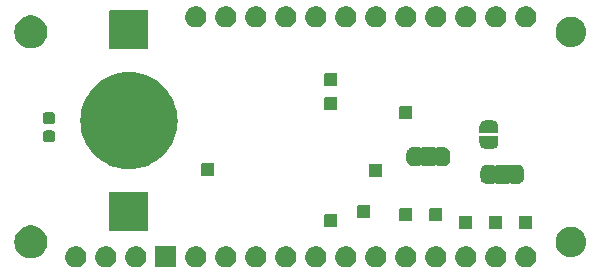
<source format=gbr>
G04 #@! TF.GenerationSoftware,KiCad,Pcbnew,8.0.3*
G04 #@! TF.CreationDate,2024-06-26T11:29:35-05:00*
G04 #@! TF.ProjectId,Bald Sense Wing v3,42616c64-2053-4656-9e73-652057696e67,rev?*
G04 #@! TF.SameCoordinates,Original*
G04 #@! TF.FileFunction,Soldermask,Bot*
G04 #@! TF.FilePolarity,Negative*
%FSLAX46Y46*%
G04 Gerber Fmt 4.6, Leading zero omitted, Abs format (unit mm)*
G04 Created by KiCad (PCBNEW 8.0.3) date 2024-06-26 11:29:35*
%MOMM*%
%LPD*%
G01*
G04 APERTURE LIST*
G04 APERTURE END LIST*
G36*
X40239517Y-46092882D02*
G01*
X40256062Y-46103938D01*
X40267118Y-46120483D01*
X40271000Y-46140000D01*
X40271000Y-47840000D01*
X40267118Y-47859517D01*
X40256062Y-47876062D01*
X40239517Y-47887118D01*
X40220000Y-47891000D01*
X38520000Y-47891000D01*
X38500483Y-47887118D01*
X38483938Y-47876062D01*
X38472882Y-47859517D01*
X38469000Y-47840000D01*
X38469000Y-46140000D01*
X38472882Y-46120483D01*
X38483938Y-46103938D01*
X38500483Y-46092882D01*
X38520000Y-46089000D01*
X40220000Y-46089000D01*
X40239517Y-46092882D01*
G37*
G36*
X31796378Y-46093936D02*
G01*
X31844180Y-46093936D01*
X31885458Y-46102710D01*
X31925704Y-46106674D01*
X31976264Y-46122011D01*
X32028424Y-46133098D01*
X32061800Y-46147957D01*
X32094654Y-46157924D01*
X32146864Y-46185830D01*
X32200500Y-46209711D01*
X32225436Y-46227828D01*
X32250365Y-46241153D01*
X32301218Y-46282887D01*
X32352887Y-46320427D01*
X32369662Y-46339058D01*
X32386842Y-46353157D01*
X32433006Y-46409409D01*
X32478924Y-46460405D01*
X32488570Y-46477113D01*
X32498846Y-46489634D01*
X32536859Y-46560752D01*
X32573104Y-46623530D01*
X32577273Y-46636361D01*
X32582075Y-46645345D01*
X32608545Y-46732607D01*
X32631311Y-46802672D01*
X32632112Y-46810297D01*
X32633325Y-46814295D01*
X32645132Y-46934173D01*
X32651000Y-46990000D01*
X32645131Y-47045831D01*
X32633325Y-47165704D01*
X32632112Y-47169700D01*
X32631311Y-47177328D01*
X32608541Y-47247406D01*
X32582075Y-47334654D01*
X32577274Y-47343635D01*
X32573104Y-47356470D01*
X32536852Y-47419259D01*
X32498846Y-47490365D01*
X32488572Y-47502883D01*
X32478924Y-47519595D01*
X32432997Y-47570601D01*
X32386842Y-47626842D01*
X32369666Y-47640937D01*
X32352887Y-47659573D01*
X32301208Y-47697119D01*
X32250365Y-47738846D01*
X32225441Y-47752167D01*
X32200500Y-47770289D01*
X32146853Y-47794174D01*
X32094654Y-47822075D01*
X32061807Y-47832038D01*
X32028424Y-47846902D01*
X31976253Y-47857991D01*
X31925704Y-47873325D01*
X31885467Y-47877288D01*
X31844180Y-47886064D01*
X31796368Y-47886064D01*
X31750000Y-47890631D01*
X31703632Y-47886064D01*
X31655820Y-47886064D01*
X31614532Y-47877288D01*
X31574295Y-47873325D01*
X31523743Y-47857990D01*
X31471576Y-47846902D01*
X31438195Y-47832039D01*
X31405345Y-47822075D01*
X31353140Y-47794171D01*
X31299500Y-47770289D01*
X31274561Y-47752169D01*
X31249634Y-47738846D01*
X31198782Y-47697113D01*
X31147113Y-47659573D01*
X31130336Y-47640940D01*
X31113157Y-47626842D01*
X31066990Y-47570588D01*
X31021076Y-47519595D01*
X31011429Y-47502887D01*
X31001153Y-47490365D01*
X30963134Y-47419236D01*
X30926896Y-47356470D01*
X30922727Y-47343640D01*
X30917924Y-47334654D01*
X30891443Y-47247360D01*
X30868689Y-47177328D01*
X30867887Y-47169705D01*
X30866674Y-47165704D01*
X30854852Y-47045679D01*
X30849000Y-46990000D01*
X30854851Y-46934324D01*
X30866674Y-46814295D01*
X30867888Y-46810292D01*
X30868689Y-46802672D01*
X30891439Y-46732653D01*
X30917924Y-46645345D01*
X30922728Y-46636356D01*
X30926896Y-46623530D01*
X30963126Y-46560776D01*
X31001153Y-46489634D01*
X31011431Y-46477109D01*
X31021076Y-46460405D01*
X31066981Y-46409421D01*
X31113157Y-46353157D01*
X31130340Y-46339055D01*
X31147113Y-46320427D01*
X31198772Y-46282894D01*
X31249634Y-46241153D01*
X31274566Y-46227826D01*
X31299500Y-46209711D01*
X31353129Y-46185833D01*
X31405345Y-46157924D01*
X31438202Y-46147957D01*
X31471576Y-46133098D01*
X31523732Y-46122011D01*
X31574295Y-46106674D01*
X31614541Y-46102709D01*
X31655820Y-46093936D01*
X31703622Y-46093936D01*
X31750000Y-46089368D01*
X31796378Y-46093936D01*
G37*
G36*
X34336378Y-46093936D02*
G01*
X34384180Y-46093936D01*
X34425458Y-46102710D01*
X34465704Y-46106674D01*
X34516264Y-46122011D01*
X34568424Y-46133098D01*
X34601800Y-46147957D01*
X34634654Y-46157924D01*
X34686864Y-46185830D01*
X34740500Y-46209711D01*
X34765436Y-46227828D01*
X34790365Y-46241153D01*
X34841218Y-46282887D01*
X34892887Y-46320427D01*
X34909662Y-46339058D01*
X34926842Y-46353157D01*
X34973006Y-46409409D01*
X35018924Y-46460405D01*
X35028570Y-46477113D01*
X35038846Y-46489634D01*
X35076859Y-46560752D01*
X35113104Y-46623530D01*
X35117273Y-46636361D01*
X35122075Y-46645345D01*
X35148545Y-46732607D01*
X35171311Y-46802672D01*
X35172112Y-46810297D01*
X35173325Y-46814295D01*
X35185132Y-46934173D01*
X35191000Y-46990000D01*
X35185131Y-47045831D01*
X35173325Y-47165704D01*
X35172112Y-47169700D01*
X35171311Y-47177328D01*
X35148541Y-47247406D01*
X35122075Y-47334654D01*
X35117274Y-47343635D01*
X35113104Y-47356470D01*
X35076852Y-47419259D01*
X35038846Y-47490365D01*
X35028572Y-47502883D01*
X35018924Y-47519595D01*
X34972997Y-47570601D01*
X34926842Y-47626842D01*
X34909666Y-47640937D01*
X34892887Y-47659573D01*
X34841208Y-47697119D01*
X34790365Y-47738846D01*
X34765441Y-47752167D01*
X34740500Y-47770289D01*
X34686853Y-47794174D01*
X34634654Y-47822075D01*
X34601807Y-47832038D01*
X34568424Y-47846902D01*
X34516253Y-47857991D01*
X34465704Y-47873325D01*
X34425467Y-47877288D01*
X34384180Y-47886064D01*
X34336368Y-47886064D01*
X34290000Y-47890631D01*
X34243632Y-47886064D01*
X34195820Y-47886064D01*
X34154532Y-47877288D01*
X34114295Y-47873325D01*
X34063743Y-47857990D01*
X34011576Y-47846902D01*
X33978195Y-47832039D01*
X33945345Y-47822075D01*
X33893140Y-47794171D01*
X33839500Y-47770289D01*
X33814561Y-47752169D01*
X33789634Y-47738846D01*
X33738782Y-47697113D01*
X33687113Y-47659573D01*
X33670336Y-47640940D01*
X33653157Y-47626842D01*
X33606990Y-47570588D01*
X33561076Y-47519595D01*
X33551429Y-47502887D01*
X33541153Y-47490365D01*
X33503134Y-47419236D01*
X33466896Y-47356470D01*
X33462727Y-47343640D01*
X33457924Y-47334654D01*
X33431443Y-47247360D01*
X33408689Y-47177328D01*
X33407887Y-47169705D01*
X33406674Y-47165704D01*
X33394852Y-47045679D01*
X33389000Y-46990000D01*
X33394851Y-46934324D01*
X33406674Y-46814295D01*
X33407888Y-46810292D01*
X33408689Y-46802672D01*
X33431439Y-46732653D01*
X33457924Y-46645345D01*
X33462728Y-46636356D01*
X33466896Y-46623530D01*
X33503126Y-46560776D01*
X33541153Y-46489634D01*
X33551431Y-46477109D01*
X33561076Y-46460405D01*
X33606981Y-46409421D01*
X33653157Y-46353157D01*
X33670340Y-46339055D01*
X33687113Y-46320427D01*
X33738772Y-46282894D01*
X33789634Y-46241153D01*
X33814566Y-46227826D01*
X33839500Y-46209711D01*
X33893129Y-46185833D01*
X33945345Y-46157924D01*
X33978202Y-46147957D01*
X34011576Y-46133098D01*
X34063732Y-46122011D01*
X34114295Y-46106674D01*
X34154541Y-46102709D01*
X34195820Y-46093936D01*
X34243622Y-46093936D01*
X34290000Y-46089368D01*
X34336378Y-46093936D01*
G37*
G36*
X36876378Y-46093936D02*
G01*
X36924180Y-46093936D01*
X36965458Y-46102710D01*
X37005704Y-46106674D01*
X37056264Y-46122011D01*
X37108424Y-46133098D01*
X37141800Y-46147957D01*
X37174654Y-46157924D01*
X37226864Y-46185830D01*
X37280500Y-46209711D01*
X37305436Y-46227828D01*
X37330365Y-46241153D01*
X37381218Y-46282887D01*
X37432887Y-46320427D01*
X37449662Y-46339058D01*
X37466842Y-46353157D01*
X37513006Y-46409409D01*
X37558924Y-46460405D01*
X37568570Y-46477113D01*
X37578846Y-46489634D01*
X37616859Y-46560752D01*
X37653104Y-46623530D01*
X37657273Y-46636361D01*
X37662075Y-46645345D01*
X37688545Y-46732607D01*
X37711311Y-46802672D01*
X37712112Y-46810297D01*
X37713325Y-46814295D01*
X37725132Y-46934173D01*
X37731000Y-46990000D01*
X37725131Y-47045831D01*
X37713325Y-47165704D01*
X37712112Y-47169700D01*
X37711311Y-47177328D01*
X37688541Y-47247406D01*
X37662075Y-47334654D01*
X37657274Y-47343635D01*
X37653104Y-47356470D01*
X37616852Y-47419259D01*
X37578846Y-47490365D01*
X37568572Y-47502883D01*
X37558924Y-47519595D01*
X37512997Y-47570601D01*
X37466842Y-47626842D01*
X37449666Y-47640937D01*
X37432887Y-47659573D01*
X37381208Y-47697119D01*
X37330365Y-47738846D01*
X37305441Y-47752167D01*
X37280500Y-47770289D01*
X37226853Y-47794174D01*
X37174654Y-47822075D01*
X37141807Y-47832038D01*
X37108424Y-47846902D01*
X37056253Y-47857991D01*
X37005704Y-47873325D01*
X36965467Y-47877288D01*
X36924180Y-47886064D01*
X36876368Y-47886064D01*
X36830000Y-47890631D01*
X36783632Y-47886064D01*
X36735820Y-47886064D01*
X36694532Y-47877288D01*
X36654295Y-47873325D01*
X36603743Y-47857990D01*
X36551576Y-47846902D01*
X36518195Y-47832039D01*
X36485345Y-47822075D01*
X36433140Y-47794171D01*
X36379500Y-47770289D01*
X36354561Y-47752169D01*
X36329634Y-47738846D01*
X36278782Y-47697113D01*
X36227113Y-47659573D01*
X36210336Y-47640940D01*
X36193157Y-47626842D01*
X36146990Y-47570588D01*
X36101076Y-47519595D01*
X36091429Y-47502887D01*
X36081153Y-47490365D01*
X36043134Y-47419236D01*
X36006896Y-47356470D01*
X36002727Y-47343640D01*
X35997924Y-47334654D01*
X35971443Y-47247360D01*
X35948689Y-47177328D01*
X35947887Y-47169705D01*
X35946674Y-47165704D01*
X35934852Y-47045679D01*
X35929000Y-46990000D01*
X35934851Y-46934324D01*
X35946674Y-46814295D01*
X35947888Y-46810292D01*
X35948689Y-46802672D01*
X35971439Y-46732653D01*
X35997924Y-46645345D01*
X36002728Y-46636356D01*
X36006896Y-46623530D01*
X36043126Y-46560776D01*
X36081153Y-46489634D01*
X36091431Y-46477109D01*
X36101076Y-46460405D01*
X36146981Y-46409421D01*
X36193157Y-46353157D01*
X36210340Y-46339055D01*
X36227113Y-46320427D01*
X36278772Y-46282894D01*
X36329634Y-46241153D01*
X36354566Y-46227826D01*
X36379500Y-46209711D01*
X36433129Y-46185833D01*
X36485345Y-46157924D01*
X36518202Y-46147957D01*
X36551576Y-46133098D01*
X36603732Y-46122011D01*
X36654295Y-46106674D01*
X36694541Y-46102709D01*
X36735820Y-46093936D01*
X36783622Y-46093936D01*
X36830000Y-46089368D01*
X36876378Y-46093936D01*
G37*
G36*
X41956378Y-46093936D02*
G01*
X42004180Y-46093936D01*
X42045458Y-46102710D01*
X42085704Y-46106674D01*
X42136264Y-46122011D01*
X42188424Y-46133098D01*
X42221800Y-46147957D01*
X42254654Y-46157924D01*
X42306864Y-46185830D01*
X42360500Y-46209711D01*
X42385436Y-46227828D01*
X42410365Y-46241153D01*
X42461218Y-46282887D01*
X42512887Y-46320427D01*
X42529662Y-46339058D01*
X42546842Y-46353157D01*
X42593006Y-46409409D01*
X42638924Y-46460405D01*
X42648570Y-46477113D01*
X42658846Y-46489634D01*
X42696859Y-46560752D01*
X42733104Y-46623530D01*
X42737273Y-46636361D01*
X42742075Y-46645345D01*
X42768545Y-46732607D01*
X42791311Y-46802672D01*
X42792112Y-46810297D01*
X42793325Y-46814295D01*
X42805132Y-46934173D01*
X42811000Y-46990000D01*
X42805131Y-47045831D01*
X42793325Y-47165704D01*
X42792112Y-47169700D01*
X42791311Y-47177328D01*
X42768541Y-47247406D01*
X42742075Y-47334654D01*
X42737274Y-47343635D01*
X42733104Y-47356470D01*
X42696852Y-47419259D01*
X42658846Y-47490365D01*
X42648572Y-47502883D01*
X42638924Y-47519595D01*
X42592997Y-47570601D01*
X42546842Y-47626842D01*
X42529666Y-47640937D01*
X42512887Y-47659573D01*
X42461208Y-47697119D01*
X42410365Y-47738846D01*
X42385441Y-47752167D01*
X42360500Y-47770289D01*
X42306853Y-47794174D01*
X42254654Y-47822075D01*
X42221807Y-47832038D01*
X42188424Y-47846902D01*
X42136253Y-47857991D01*
X42085704Y-47873325D01*
X42045467Y-47877288D01*
X42004180Y-47886064D01*
X41956368Y-47886064D01*
X41910000Y-47890631D01*
X41863632Y-47886064D01*
X41815820Y-47886064D01*
X41774532Y-47877288D01*
X41734295Y-47873325D01*
X41683743Y-47857990D01*
X41631576Y-47846902D01*
X41598195Y-47832039D01*
X41565345Y-47822075D01*
X41513140Y-47794171D01*
X41459500Y-47770289D01*
X41434561Y-47752169D01*
X41409634Y-47738846D01*
X41358782Y-47697113D01*
X41307113Y-47659573D01*
X41290336Y-47640940D01*
X41273157Y-47626842D01*
X41226990Y-47570588D01*
X41181076Y-47519595D01*
X41171429Y-47502887D01*
X41161153Y-47490365D01*
X41123134Y-47419236D01*
X41086896Y-47356470D01*
X41082727Y-47343640D01*
X41077924Y-47334654D01*
X41051443Y-47247360D01*
X41028689Y-47177328D01*
X41027887Y-47169705D01*
X41026674Y-47165704D01*
X41014852Y-47045679D01*
X41009000Y-46990000D01*
X41014851Y-46934324D01*
X41026674Y-46814295D01*
X41027888Y-46810292D01*
X41028689Y-46802672D01*
X41051439Y-46732653D01*
X41077924Y-46645345D01*
X41082728Y-46636356D01*
X41086896Y-46623530D01*
X41123126Y-46560776D01*
X41161153Y-46489634D01*
X41171431Y-46477109D01*
X41181076Y-46460405D01*
X41226981Y-46409421D01*
X41273157Y-46353157D01*
X41290340Y-46339055D01*
X41307113Y-46320427D01*
X41358772Y-46282894D01*
X41409634Y-46241153D01*
X41434566Y-46227826D01*
X41459500Y-46209711D01*
X41513129Y-46185833D01*
X41565345Y-46157924D01*
X41598202Y-46147957D01*
X41631576Y-46133098D01*
X41683732Y-46122011D01*
X41734295Y-46106674D01*
X41774541Y-46102709D01*
X41815820Y-46093936D01*
X41863622Y-46093936D01*
X41910000Y-46089368D01*
X41956378Y-46093936D01*
G37*
G36*
X44496378Y-46093936D02*
G01*
X44544180Y-46093936D01*
X44585458Y-46102710D01*
X44625704Y-46106674D01*
X44676264Y-46122011D01*
X44728424Y-46133098D01*
X44761800Y-46147957D01*
X44794654Y-46157924D01*
X44846864Y-46185830D01*
X44900500Y-46209711D01*
X44925436Y-46227828D01*
X44950365Y-46241153D01*
X45001218Y-46282887D01*
X45052887Y-46320427D01*
X45069662Y-46339058D01*
X45086842Y-46353157D01*
X45133006Y-46409409D01*
X45178924Y-46460405D01*
X45188570Y-46477113D01*
X45198846Y-46489634D01*
X45236859Y-46560752D01*
X45273104Y-46623530D01*
X45277273Y-46636361D01*
X45282075Y-46645345D01*
X45308545Y-46732607D01*
X45331311Y-46802672D01*
X45332112Y-46810297D01*
X45333325Y-46814295D01*
X45345132Y-46934173D01*
X45351000Y-46990000D01*
X45345131Y-47045831D01*
X45333325Y-47165704D01*
X45332112Y-47169700D01*
X45331311Y-47177328D01*
X45308541Y-47247406D01*
X45282075Y-47334654D01*
X45277274Y-47343635D01*
X45273104Y-47356470D01*
X45236852Y-47419259D01*
X45198846Y-47490365D01*
X45188572Y-47502883D01*
X45178924Y-47519595D01*
X45132997Y-47570601D01*
X45086842Y-47626842D01*
X45069666Y-47640937D01*
X45052887Y-47659573D01*
X45001208Y-47697119D01*
X44950365Y-47738846D01*
X44925441Y-47752167D01*
X44900500Y-47770289D01*
X44846853Y-47794174D01*
X44794654Y-47822075D01*
X44761807Y-47832038D01*
X44728424Y-47846902D01*
X44676253Y-47857991D01*
X44625704Y-47873325D01*
X44585467Y-47877288D01*
X44544180Y-47886064D01*
X44496368Y-47886064D01*
X44450000Y-47890631D01*
X44403632Y-47886064D01*
X44355820Y-47886064D01*
X44314532Y-47877288D01*
X44274295Y-47873325D01*
X44223743Y-47857990D01*
X44171576Y-47846902D01*
X44138195Y-47832039D01*
X44105345Y-47822075D01*
X44053140Y-47794171D01*
X43999500Y-47770289D01*
X43974561Y-47752169D01*
X43949634Y-47738846D01*
X43898782Y-47697113D01*
X43847113Y-47659573D01*
X43830336Y-47640940D01*
X43813157Y-47626842D01*
X43766990Y-47570588D01*
X43721076Y-47519595D01*
X43711429Y-47502887D01*
X43701153Y-47490365D01*
X43663134Y-47419236D01*
X43626896Y-47356470D01*
X43622727Y-47343640D01*
X43617924Y-47334654D01*
X43591443Y-47247360D01*
X43568689Y-47177328D01*
X43567887Y-47169705D01*
X43566674Y-47165704D01*
X43554852Y-47045679D01*
X43549000Y-46990000D01*
X43554851Y-46934324D01*
X43566674Y-46814295D01*
X43567888Y-46810292D01*
X43568689Y-46802672D01*
X43591439Y-46732653D01*
X43617924Y-46645345D01*
X43622728Y-46636356D01*
X43626896Y-46623530D01*
X43663126Y-46560776D01*
X43701153Y-46489634D01*
X43711431Y-46477109D01*
X43721076Y-46460405D01*
X43766981Y-46409421D01*
X43813157Y-46353157D01*
X43830340Y-46339055D01*
X43847113Y-46320427D01*
X43898772Y-46282894D01*
X43949634Y-46241153D01*
X43974566Y-46227826D01*
X43999500Y-46209711D01*
X44053129Y-46185833D01*
X44105345Y-46157924D01*
X44138202Y-46147957D01*
X44171576Y-46133098D01*
X44223732Y-46122011D01*
X44274295Y-46106674D01*
X44314541Y-46102709D01*
X44355820Y-46093936D01*
X44403622Y-46093936D01*
X44450000Y-46089368D01*
X44496378Y-46093936D01*
G37*
G36*
X47036378Y-46093936D02*
G01*
X47084180Y-46093936D01*
X47125458Y-46102710D01*
X47165704Y-46106674D01*
X47216264Y-46122011D01*
X47268424Y-46133098D01*
X47301800Y-46147957D01*
X47334654Y-46157924D01*
X47386864Y-46185830D01*
X47440500Y-46209711D01*
X47465436Y-46227828D01*
X47490365Y-46241153D01*
X47541218Y-46282887D01*
X47592887Y-46320427D01*
X47609662Y-46339058D01*
X47626842Y-46353157D01*
X47673006Y-46409409D01*
X47718924Y-46460405D01*
X47728570Y-46477113D01*
X47738846Y-46489634D01*
X47776859Y-46560752D01*
X47813104Y-46623530D01*
X47817273Y-46636361D01*
X47822075Y-46645345D01*
X47848545Y-46732607D01*
X47871311Y-46802672D01*
X47872112Y-46810297D01*
X47873325Y-46814295D01*
X47885132Y-46934173D01*
X47891000Y-46990000D01*
X47885131Y-47045831D01*
X47873325Y-47165704D01*
X47872112Y-47169700D01*
X47871311Y-47177328D01*
X47848541Y-47247406D01*
X47822075Y-47334654D01*
X47817274Y-47343635D01*
X47813104Y-47356470D01*
X47776852Y-47419259D01*
X47738846Y-47490365D01*
X47728572Y-47502883D01*
X47718924Y-47519595D01*
X47672997Y-47570601D01*
X47626842Y-47626842D01*
X47609666Y-47640937D01*
X47592887Y-47659573D01*
X47541208Y-47697119D01*
X47490365Y-47738846D01*
X47465441Y-47752167D01*
X47440500Y-47770289D01*
X47386853Y-47794174D01*
X47334654Y-47822075D01*
X47301807Y-47832038D01*
X47268424Y-47846902D01*
X47216253Y-47857991D01*
X47165704Y-47873325D01*
X47125467Y-47877288D01*
X47084180Y-47886064D01*
X47036368Y-47886064D01*
X46990000Y-47890631D01*
X46943632Y-47886064D01*
X46895820Y-47886064D01*
X46854532Y-47877288D01*
X46814295Y-47873325D01*
X46763743Y-47857990D01*
X46711576Y-47846902D01*
X46678195Y-47832039D01*
X46645345Y-47822075D01*
X46593140Y-47794171D01*
X46539500Y-47770289D01*
X46514561Y-47752169D01*
X46489634Y-47738846D01*
X46438782Y-47697113D01*
X46387113Y-47659573D01*
X46370336Y-47640940D01*
X46353157Y-47626842D01*
X46306990Y-47570588D01*
X46261076Y-47519595D01*
X46251429Y-47502887D01*
X46241153Y-47490365D01*
X46203134Y-47419236D01*
X46166896Y-47356470D01*
X46162727Y-47343640D01*
X46157924Y-47334654D01*
X46131443Y-47247360D01*
X46108689Y-47177328D01*
X46107887Y-47169705D01*
X46106674Y-47165704D01*
X46094852Y-47045679D01*
X46089000Y-46990000D01*
X46094851Y-46934324D01*
X46106674Y-46814295D01*
X46107888Y-46810292D01*
X46108689Y-46802672D01*
X46131439Y-46732653D01*
X46157924Y-46645345D01*
X46162728Y-46636356D01*
X46166896Y-46623530D01*
X46203126Y-46560776D01*
X46241153Y-46489634D01*
X46251431Y-46477109D01*
X46261076Y-46460405D01*
X46306981Y-46409421D01*
X46353157Y-46353157D01*
X46370340Y-46339055D01*
X46387113Y-46320427D01*
X46438772Y-46282894D01*
X46489634Y-46241153D01*
X46514566Y-46227826D01*
X46539500Y-46209711D01*
X46593129Y-46185833D01*
X46645345Y-46157924D01*
X46678202Y-46147957D01*
X46711576Y-46133098D01*
X46763732Y-46122011D01*
X46814295Y-46106674D01*
X46854541Y-46102709D01*
X46895820Y-46093936D01*
X46943622Y-46093936D01*
X46990000Y-46089368D01*
X47036378Y-46093936D01*
G37*
G36*
X49576378Y-46093936D02*
G01*
X49624180Y-46093936D01*
X49665458Y-46102710D01*
X49705704Y-46106674D01*
X49756264Y-46122011D01*
X49808424Y-46133098D01*
X49841800Y-46147957D01*
X49874654Y-46157924D01*
X49926864Y-46185830D01*
X49980500Y-46209711D01*
X50005436Y-46227828D01*
X50030365Y-46241153D01*
X50081218Y-46282887D01*
X50132887Y-46320427D01*
X50149662Y-46339058D01*
X50166842Y-46353157D01*
X50213006Y-46409409D01*
X50258924Y-46460405D01*
X50268570Y-46477113D01*
X50278846Y-46489634D01*
X50316859Y-46560752D01*
X50353104Y-46623530D01*
X50357273Y-46636361D01*
X50362075Y-46645345D01*
X50388545Y-46732607D01*
X50411311Y-46802672D01*
X50412112Y-46810297D01*
X50413325Y-46814295D01*
X50425132Y-46934173D01*
X50431000Y-46990000D01*
X50425131Y-47045831D01*
X50413325Y-47165704D01*
X50412112Y-47169700D01*
X50411311Y-47177328D01*
X50388541Y-47247406D01*
X50362075Y-47334654D01*
X50357274Y-47343635D01*
X50353104Y-47356470D01*
X50316852Y-47419259D01*
X50278846Y-47490365D01*
X50268572Y-47502883D01*
X50258924Y-47519595D01*
X50212997Y-47570601D01*
X50166842Y-47626842D01*
X50149666Y-47640937D01*
X50132887Y-47659573D01*
X50081208Y-47697119D01*
X50030365Y-47738846D01*
X50005441Y-47752167D01*
X49980500Y-47770289D01*
X49926853Y-47794174D01*
X49874654Y-47822075D01*
X49841807Y-47832038D01*
X49808424Y-47846902D01*
X49756253Y-47857991D01*
X49705704Y-47873325D01*
X49665467Y-47877288D01*
X49624180Y-47886064D01*
X49576368Y-47886064D01*
X49530000Y-47890631D01*
X49483632Y-47886064D01*
X49435820Y-47886064D01*
X49394532Y-47877288D01*
X49354295Y-47873325D01*
X49303743Y-47857990D01*
X49251576Y-47846902D01*
X49218195Y-47832039D01*
X49185345Y-47822075D01*
X49133140Y-47794171D01*
X49079500Y-47770289D01*
X49054561Y-47752169D01*
X49029634Y-47738846D01*
X48978782Y-47697113D01*
X48927113Y-47659573D01*
X48910336Y-47640940D01*
X48893157Y-47626842D01*
X48846990Y-47570588D01*
X48801076Y-47519595D01*
X48791429Y-47502887D01*
X48781153Y-47490365D01*
X48743134Y-47419236D01*
X48706896Y-47356470D01*
X48702727Y-47343640D01*
X48697924Y-47334654D01*
X48671443Y-47247360D01*
X48648689Y-47177328D01*
X48647887Y-47169705D01*
X48646674Y-47165704D01*
X48634852Y-47045679D01*
X48629000Y-46990000D01*
X48634851Y-46934324D01*
X48646674Y-46814295D01*
X48647888Y-46810292D01*
X48648689Y-46802672D01*
X48671439Y-46732653D01*
X48697924Y-46645345D01*
X48702728Y-46636356D01*
X48706896Y-46623530D01*
X48743126Y-46560776D01*
X48781153Y-46489634D01*
X48791431Y-46477109D01*
X48801076Y-46460405D01*
X48846981Y-46409421D01*
X48893157Y-46353157D01*
X48910340Y-46339055D01*
X48927113Y-46320427D01*
X48978772Y-46282894D01*
X49029634Y-46241153D01*
X49054566Y-46227826D01*
X49079500Y-46209711D01*
X49133129Y-46185833D01*
X49185345Y-46157924D01*
X49218202Y-46147957D01*
X49251576Y-46133098D01*
X49303732Y-46122011D01*
X49354295Y-46106674D01*
X49394541Y-46102709D01*
X49435820Y-46093936D01*
X49483622Y-46093936D01*
X49530000Y-46089368D01*
X49576378Y-46093936D01*
G37*
G36*
X52116378Y-46093936D02*
G01*
X52164180Y-46093936D01*
X52205458Y-46102710D01*
X52245704Y-46106674D01*
X52296264Y-46122011D01*
X52348424Y-46133098D01*
X52381800Y-46147957D01*
X52414654Y-46157924D01*
X52466864Y-46185830D01*
X52520500Y-46209711D01*
X52545436Y-46227828D01*
X52570365Y-46241153D01*
X52621218Y-46282887D01*
X52672887Y-46320427D01*
X52689662Y-46339058D01*
X52706842Y-46353157D01*
X52753006Y-46409409D01*
X52798924Y-46460405D01*
X52808570Y-46477113D01*
X52818846Y-46489634D01*
X52856859Y-46560752D01*
X52893104Y-46623530D01*
X52897273Y-46636361D01*
X52902075Y-46645345D01*
X52928545Y-46732607D01*
X52951311Y-46802672D01*
X52952112Y-46810297D01*
X52953325Y-46814295D01*
X52965132Y-46934173D01*
X52971000Y-46990000D01*
X52965131Y-47045831D01*
X52953325Y-47165704D01*
X52952112Y-47169700D01*
X52951311Y-47177328D01*
X52928541Y-47247406D01*
X52902075Y-47334654D01*
X52897274Y-47343635D01*
X52893104Y-47356470D01*
X52856852Y-47419259D01*
X52818846Y-47490365D01*
X52808572Y-47502883D01*
X52798924Y-47519595D01*
X52752997Y-47570601D01*
X52706842Y-47626842D01*
X52689666Y-47640937D01*
X52672887Y-47659573D01*
X52621208Y-47697119D01*
X52570365Y-47738846D01*
X52545441Y-47752167D01*
X52520500Y-47770289D01*
X52466853Y-47794174D01*
X52414654Y-47822075D01*
X52381807Y-47832038D01*
X52348424Y-47846902D01*
X52296253Y-47857991D01*
X52245704Y-47873325D01*
X52205467Y-47877288D01*
X52164180Y-47886064D01*
X52116368Y-47886064D01*
X52070000Y-47890631D01*
X52023632Y-47886064D01*
X51975820Y-47886064D01*
X51934532Y-47877288D01*
X51894295Y-47873325D01*
X51843743Y-47857990D01*
X51791576Y-47846902D01*
X51758195Y-47832039D01*
X51725345Y-47822075D01*
X51673140Y-47794171D01*
X51619500Y-47770289D01*
X51594561Y-47752169D01*
X51569634Y-47738846D01*
X51518782Y-47697113D01*
X51467113Y-47659573D01*
X51450336Y-47640940D01*
X51433157Y-47626842D01*
X51386990Y-47570588D01*
X51341076Y-47519595D01*
X51331429Y-47502887D01*
X51321153Y-47490365D01*
X51283134Y-47419236D01*
X51246896Y-47356470D01*
X51242727Y-47343640D01*
X51237924Y-47334654D01*
X51211443Y-47247360D01*
X51188689Y-47177328D01*
X51187887Y-47169705D01*
X51186674Y-47165704D01*
X51174852Y-47045679D01*
X51169000Y-46990000D01*
X51174851Y-46934324D01*
X51186674Y-46814295D01*
X51187888Y-46810292D01*
X51188689Y-46802672D01*
X51211439Y-46732653D01*
X51237924Y-46645345D01*
X51242728Y-46636356D01*
X51246896Y-46623530D01*
X51283126Y-46560776D01*
X51321153Y-46489634D01*
X51331431Y-46477109D01*
X51341076Y-46460405D01*
X51386981Y-46409421D01*
X51433157Y-46353157D01*
X51450340Y-46339055D01*
X51467113Y-46320427D01*
X51518772Y-46282894D01*
X51569634Y-46241153D01*
X51594566Y-46227826D01*
X51619500Y-46209711D01*
X51673129Y-46185833D01*
X51725345Y-46157924D01*
X51758202Y-46147957D01*
X51791576Y-46133098D01*
X51843732Y-46122011D01*
X51894295Y-46106674D01*
X51934541Y-46102709D01*
X51975820Y-46093936D01*
X52023622Y-46093936D01*
X52070000Y-46089368D01*
X52116378Y-46093936D01*
G37*
G36*
X54656378Y-46093936D02*
G01*
X54704180Y-46093936D01*
X54745458Y-46102710D01*
X54785704Y-46106674D01*
X54836264Y-46122011D01*
X54888424Y-46133098D01*
X54921800Y-46147957D01*
X54954654Y-46157924D01*
X55006864Y-46185830D01*
X55060500Y-46209711D01*
X55085436Y-46227828D01*
X55110365Y-46241153D01*
X55161218Y-46282887D01*
X55212887Y-46320427D01*
X55229662Y-46339058D01*
X55246842Y-46353157D01*
X55293006Y-46409409D01*
X55338924Y-46460405D01*
X55348570Y-46477113D01*
X55358846Y-46489634D01*
X55396859Y-46560752D01*
X55433104Y-46623530D01*
X55437273Y-46636361D01*
X55442075Y-46645345D01*
X55468545Y-46732607D01*
X55491311Y-46802672D01*
X55492112Y-46810297D01*
X55493325Y-46814295D01*
X55505132Y-46934173D01*
X55511000Y-46990000D01*
X55505131Y-47045831D01*
X55493325Y-47165704D01*
X55492112Y-47169700D01*
X55491311Y-47177328D01*
X55468541Y-47247406D01*
X55442075Y-47334654D01*
X55437274Y-47343635D01*
X55433104Y-47356470D01*
X55396852Y-47419259D01*
X55358846Y-47490365D01*
X55348572Y-47502883D01*
X55338924Y-47519595D01*
X55292997Y-47570601D01*
X55246842Y-47626842D01*
X55229666Y-47640937D01*
X55212887Y-47659573D01*
X55161208Y-47697119D01*
X55110365Y-47738846D01*
X55085441Y-47752167D01*
X55060500Y-47770289D01*
X55006853Y-47794174D01*
X54954654Y-47822075D01*
X54921807Y-47832038D01*
X54888424Y-47846902D01*
X54836253Y-47857991D01*
X54785704Y-47873325D01*
X54745467Y-47877288D01*
X54704180Y-47886064D01*
X54656368Y-47886064D01*
X54610000Y-47890631D01*
X54563632Y-47886064D01*
X54515820Y-47886064D01*
X54474532Y-47877288D01*
X54434295Y-47873325D01*
X54383743Y-47857990D01*
X54331576Y-47846902D01*
X54298195Y-47832039D01*
X54265345Y-47822075D01*
X54213140Y-47794171D01*
X54159500Y-47770289D01*
X54134561Y-47752169D01*
X54109634Y-47738846D01*
X54058782Y-47697113D01*
X54007113Y-47659573D01*
X53990336Y-47640940D01*
X53973157Y-47626842D01*
X53926990Y-47570588D01*
X53881076Y-47519595D01*
X53871429Y-47502887D01*
X53861153Y-47490365D01*
X53823134Y-47419236D01*
X53786896Y-47356470D01*
X53782727Y-47343640D01*
X53777924Y-47334654D01*
X53751443Y-47247360D01*
X53728689Y-47177328D01*
X53727887Y-47169705D01*
X53726674Y-47165704D01*
X53714852Y-47045679D01*
X53709000Y-46990000D01*
X53714851Y-46934324D01*
X53726674Y-46814295D01*
X53727888Y-46810292D01*
X53728689Y-46802672D01*
X53751439Y-46732653D01*
X53777924Y-46645345D01*
X53782728Y-46636356D01*
X53786896Y-46623530D01*
X53823126Y-46560776D01*
X53861153Y-46489634D01*
X53871431Y-46477109D01*
X53881076Y-46460405D01*
X53926981Y-46409421D01*
X53973157Y-46353157D01*
X53990340Y-46339055D01*
X54007113Y-46320427D01*
X54058772Y-46282894D01*
X54109634Y-46241153D01*
X54134566Y-46227826D01*
X54159500Y-46209711D01*
X54213129Y-46185833D01*
X54265345Y-46157924D01*
X54298202Y-46147957D01*
X54331576Y-46133098D01*
X54383732Y-46122011D01*
X54434295Y-46106674D01*
X54474541Y-46102709D01*
X54515820Y-46093936D01*
X54563622Y-46093936D01*
X54610000Y-46089368D01*
X54656378Y-46093936D01*
G37*
G36*
X57196378Y-46093936D02*
G01*
X57244180Y-46093936D01*
X57285458Y-46102710D01*
X57325704Y-46106674D01*
X57376264Y-46122011D01*
X57428424Y-46133098D01*
X57461800Y-46147957D01*
X57494654Y-46157924D01*
X57546864Y-46185830D01*
X57600500Y-46209711D01*
X57625436Y-46227828D01*
X57650365Y-46241153D01*
X57701218Y-46282887D01*
X57752887Y-46320427D01*
X57769662Y-46339058D01*
X57786842Y-46353157D01*
X57833006Y-46409409D01*
X57878924Y-46460405D01*
X57888570Y-46477113D01*
X57898846Y-46489634D01*
X57936859Y-46560752D01*
X57973104Y-46623530D01*
X57977273Y-46636361D01*
X57982075Y-46645345D01*
X58008545Y-46732607D01*
X58031311Y-46802672D01*
X58032112Y-46810297D01*
X58033325Y-46814295D01*
X58045132Y-46934173D01*
X58051000Y-46990000D01*
X58045131Y-47045831D01*
X58033325Y-47165704D01*
X58032112Y-47169700D01*
X58031311Y-47177328D01*
X58008541Y-47247406D01*
X57982075Y-47334654D01*
X57977274Y-47343635D01*
X57973104Y-47356470D01*
X57936852Y-47419259D01*
X57898846Y-47490365D01*
X57888572Y-47502883D01*
X57878924Y-47519595D01*
X57832997Y-47570601D01*
X57786842Y-47626842D01*
X57769666Y-47640937D01*
X57752887Y-47659573D01*
X57701208Y-47697119D01*
X57650365Y-47738846D01*
X57625441Y-47752167D01*
X57600500Y-47770289D01*
X57546853Y-47794174D01*
X57494654Y-47822075D01*
X57461807Y-47832038D01*
X57428424Y-47846902D01*
X57376253Y-47857991D01*
X57325704Y-47873325D01*
X57285467Y-47877288D01*
X57244180Y-47886064D01*
X57196368Y-47886064D01*
X57150000Y-47890631D01*
X57103632Y-47886064D01*
X57055820Y-47886064D01*
X57014532Y-47877288D01*
X56974295Y-47873325D01*
X56923743Y-47857990D01*
X56871576Y-47846902D01*
X56838195Y-47832039D01*
X56805345Y-47822075D01*
X56753140Y-47794171D01*
X56699500Y-47770289D01*
X56674561Y-47752169D01*
X56649634Y-47738846D01*
X56598782Y-47697113D01*
X56547113Y-47659573D01*
X56530336Y-47640940D01*
X56513157Y-47626842D01*
X56466990Y-47570588D01*
X56421076Y-47519595D01*
X56411429Y-47502887D01*
X56401153Y-47490365D01*
X56363134Y-47419236D01*
X56326896Y-47356470D01*
X56322727Y-47343640D01*
X56317924Y-47334654D01*
X56291443Y-47247360D01*
X56268689Y-47177328D01*
X56267887Y-47169705D01*
X56266674Y-47165704D01*
X56254852Y-47045679D01*
X56249000Y-46990000D01*
X56254851Y-46934324D01*
X56266674Y-46814295D01*
X56267888Y-46810292D01*
X56268689Y-46802672D01*
X56291439Y-46732653D01*
X56317924Y-46645345D01*
X56322728Y-46636356D01*
X56326896Y-46623530D01*
X56363126Y-46560776D01*
X56401153Y-46489634D01*
X56411431Y-46477109D01*
X56421076Y-46460405D01*
X56466981Y-46409421D01*
X56513157Y-46353157D01*
X56530340Y-46339055D01*
X56547113Y-46320427D01*
X56598772Y-46282894D01*
X56649634Y-46241153D01*
X56674566Y-46227826D01*
X56699500Y-46209711D01*
X56753129Y-46185833D01*
X56805345Y-46157924D01*
X56838202Y-46147957D01*
X56871576Y-46133098D01*
X56923732Y-46122011D01*
X56974295Y-46106674D01*
X57014541Y-46102709D01*
X57055820Y-46093936D01*
X57103622Y-46093936D01*
X57150000Y-46089368D01*
X57196378Y-46093936D01*
G37*
G36*
X59736378Y-46093936D02*
G01*
X59784180Y-46093936D01*
X59825458Y-46102710D01*
X59865704Y-46106674D01*
X59916264Y-46122011D01*
X59968424Y-46133098D01*
X60001800Y-46147957D01*
X60034654Y-46157924D01*
X60086864Y-46185830D01*
X60140500Y-46209711D01*
X60165436Y-46227828D01*
X60190365Y-46241153D01*
X60241218Y-46282887D01*
X60292887Y-46320427D01*
X60309662Y-46339058D01*
X60326842Y-46353157D01*
X60373006Y-46409409D01*
X60418924Y-46460405D01*
X60428570Y-46477113D01*
X60438846Y-46489634D01*
X60476859Y-46560752D01*
X60513104Y-46623530D01*
X60517273Y-46636361D01*
X60522075Y-46645345D01*
X60548545Y-46732607D01*
X60571311Y-46802672D01*
X60572112Y-46810297D01*
X60573325Y-46814295D01*
X60585132Y-46934173D01*
X60591000Y-46990000D01*
X60585131Y-47045831D01*
X60573325Y-47165704D01*
X60572112Y-47169700D01*
X60571311Y-47177328D01*
X60548541Y-47247406D01*
X60522075Y-47334654D01*
X60517274Y-47343635D01*
X60513104Y-47356470D01*
X60476852Y-47419259D01*
X60438846Y-47490365D01*
X60428572Y-47502883D01*
X60418924Y-47519595D01*
X60372997Y-47570601D01*
X60326842Y-47626842D01*
X60309666Y-47640937D01*
X60292887Y-47659573D01*
X60241208Y-47697119D01*
X60190365Y-47738846D01*
X60165441Y-47752167D01*
X60140500Y-47770289D01*
X60086853Y-47794174D01*
X60034654Y-47822075D01*
X60001807Y-47832038D01*
X59968424Y-47846902D01*
X59916253Y-47857991D01*
X59865704Y-47873325D01*
X59825467Y-47877288D01*
X59784180Y-47886064D01*
X59736368Y-47886064D01*
X59690000Y-47890631D01*
X59643632Y-47886064D01*
X59595820Y-47886064D01*
X59554532Y-47877288D01*
X59514295Y-47873325D01*
X59463743Y-47857990D01*
X59411576Y-47846902D01*
X59378195Y-47832039D01*
X59345345Y-47822075D01*
X59293140Y-47794171D01*
X59239500Y-47770289D01*
X59214561Y-47752169D01*
X59189634Y-47738846D01*
X59138782Y-47697113D01*
X59087113Y-47659573D01*
X59070336Y-47640940D01*
X59053157Y-47626842D01*
X59006990Y-47570588D01*
X58961076Y-47519595D01*
X58951429Y-47502887D01*
X58941153Y-47490365D01*
X58903134Y-47419236D01*
X58866896Y-47356470D01*
X58862727Y-47343640D01*
X58857924Y-47334654D01*
X58831443Y-47247360D01*
X58808689Y-47177328D01*
X58807887Y-47169705D01*
X58806674Y-47165704D01*
X58794852Y-47045679D01*
X58789000Y-46990000D01*
X58794851Y-46934324D01*
X58806674Y-46814295D01*
X58807888Y-46810292D01*
X58808689Y-46802672D01*
X58831439Y-46732653D01*
X58857924Y-46645345D01*
X58862728Y-46636356D01*
X58866896Y-46623530D01*
X58903126Y-46560776D01*
X58941153Y-46489634D01*
X58951431Y-46477109D01*
X58961076Y-46460405D01*
X59006981Y-46409421D01*
X59053157Y-46353157D01*
X59070340Y-46339055D01*
X59087113Y-46320427D01*
X59138772Y-46282894D01*
X59189634Y-46241153D01*
X59214566Y-46227826D01*
X59239500Y-46209711D01*
X59293129Y-46185833D01*
X59345345Y-46157924D01*
X59378202Y-46147957D01*
X59411576Y-46133098D01*
X59463732Y-46122011D01*
X59514295Y-46106674D01*
X59554541Y-46102709D01*
X59595820Y-46093936D01*
X59643622Y-46093936D01*
X59690000Y-46089368D01*
X59736378Y-46093936D01*
G37*
G36*
X62276378Y-46093936D02*
G01*
X62324180Y-46093936D01*
X62365458Y-46102710D01*
X62405704Y-46106674D01*
X62456264Y-46122011D01*
X62508424Y-46133098D01*
X62541800Y-46147957D01*
X62574654Y-46157924D01*
X62626864Y-46185830D01*
X62680500Y-46209711D01*
X62705436Y-46227828D01*
X62730365Y-46241153D01*
X62781218Y-46282887D01*
X62832887Y-46320427D01*
X62849662Y-46339058D01*
X62866842Y-46353157D01*
X62913006Y-46409409D01*
X62958924Y-46460405D01*
X62968570Y-46477113D01*
X62978846Y-46489634D01*
X63016859Y-46560752D01*
X63053104Y-46623530D01*
X63057273Y-46636361D01*
X63062075Y-46645345D01*
X63088545Y-46732607D01*
X63111311Y-46802672D01*
X63112112Y-46810297D01*
X63113325Y-46814295D01*
X63125132Y-46934173D01*
X63131000Y-46990000D01*
X63125131Y-47045831D01*
X63113325Y-47165704D01*
X63112112Y-47169700D01*
X63111311Y-47177328D01*
X63088541Y-47247406D01*
X63062075Y-47334654D01*
X63057274Y-47343635D01*
X63053104Y-47356470D01*
X63016852Y-47419259D01*
X62978846Y-47490365D01*
X62968572Y-47502883D01*
X62958924Y-47519595D01*
X62912997Y-47570601D01*
X62866842Y-47626842D01*
X62849666Y-47640937D01*
X62832887Y-47659573D01*
X62781208Y-47697119D01*
X62730365Y-47738846D01*
X62705441Y-47752167D01*
X62680500Y-47770289D01*
X62626853Y-47794174D01*
X62574654Y-47822075D01*
X62541807Y-47832038D01*
X62508424Y-47846902D01*
X62456253Y-47857991D01*
X62405704Y-47873325D01*
X62365467Y-47877288D01*
X62324180Y-47886064D01*
X62276368Y-47886064D01*
X62230000Y-47890631D01*
X62183632Y-47886064D01*
X62135820Y-47886064D01*
X62094532Y-47877288D01*
X62054295Y-47873325D01*
X62003743Y-47857990D01*
X61951576Y-47846902D01*
X61918195Y-47832039D01*
X61885345Y-47822075D01*
X61833140Y-47794171D01*
X61779500Y-47770289D01*
X61754561Y-47752169D01*
X61729634Y-47738846D01*
X61678782Y-47697113D01*
X61627113Y-47659573D01*
X61610336Y-47640940D01*
X61593157Y-47626842D01*
X61546990Y-47570588D01*
X61501076Y-47519595D01*
X61491429Y-47502887D01*
X61481153Y-47490365D01*
X61443134Y-47419236D01*
X61406896Y-47356470D01*
X61402727Y-47343640D01*
X61397924Y-47334654D01*
X61371443Y-47247360D01*
X61348689Y-47177328D01*
X61347887Y-47169705D01*
X61346674Y-47165704D01*
X61334852Y-47045679D01*
X61329000Y-46990000D01*
X61334851Y-46934324D01*
X61346674Y-46814295D01*
X61347888Y-46810292D01*
X61348689Y-46802672D01*
X61371439Y-46732653D01*
X61397924Y-46645345D01*
X61402728Y-46636356D01*
X61406896Y-46623530D01*
X61443126Y-46560776D01*
X61481153Y-46489634D01*
X61491431Y-46477109D01*
X61501076Y-46460405D01*
X61546981Y-46409421D01*
X61593157Y-46353157D01*
X61610340Y-46339055D01*
X61627113Y-46320427D01*
X61678772Y-46282894D01*
X61729634Y-46241153D01*
X61754566Y-46227826D01*
X61779500Y-46209711D01*
X61833129Y-46185833D01*
X61885345Y-46157924D01*
X61918202Y-46147957D01*
X61951576Y-46133098D01*
X62003732Y-46122011D01*
X62054295Y-46106674D01*
X62094541Y-46102709D01*
X62135820Y-46093936D01*
X62183622Y-46093936D01*
X62230000Y-46089368D01*
X62276378Y-46093936D01*
G37*
G36*
X64816378Y-46093936D02*
G01*
X64864180Y-46093936D01*
X64905458Y-46102710D01*
X64945704Y-46106674D01*
X64996264Y-46122011D01*
X65048424Y-46133098D01*
X65081800Y-46147957D01*
X65114654Y-46157924D01*
X65166864Y-46185830D01*
X65220500Y-46209711D01*
X65245436Y-46227828D01*
X65270365Y-46241153D01*
X65321218Y-46282887D01*
X65372887Y-46320427D01*
X65389662Y-46339058D01*
X65406842Y-46353157D01*
X65453006Y-46409409D01*
X65498924Y-46460405D01*
X65508570Y-46477113D01*
X65518846Y-46489634D01*
X65556859Y-46560752D01*
X65593104Y-46623530D01*
X65597273Y-46636361D01*
X65602075Y-46645345D01*
X65628545Y-46732607D01*
X65651311Y-46802672D01*
X65652112Y-46810297D01*
X65653325Y-46814295D01*
X65665132Y-46934173D01*
X65671000Y-46990000D01*
X65665131Y-47045831D01*
X65653325Y-47165704D01*
X65652112Y-47169700D01*
X65651311Y-47177328D01*
X65628541Y-47247406D01*
X65602075Y-47334654D01*
X65597274Y-47343635D01*
X65593104Y-47356470D01*
X65556852Y-47419259D01*
X65518846Y-47490365D01*
X65508572Y-47502883D01*
X65498924Y-47519595D01*
X65452997Y-47570601D01*
X65406842Y-47626842D01*
X65389666Y-47640937D01*
X65372887Y-47659573D01*
X65321208Y-47697119D01*
X65270365Y-47738846D01*
X65245441Y-47752167D01*
X65220500Y-47770289D01*
X65166853Y-47794174D01*
X65114654Y-47822075D01*
X65081807Y-47832038D01*
X65048424Y-47846902D01*
X64996253Y-47857991D01*
X64945704Y-47873325D01*
X64905467Y-47877288D01*
X64864180Y-47886064D01*
X64816368Y-47886064D01*
X64770000Y-47890631D01*
X64723632Y-47886064D01*
X64675820Y-47886064D01*
X64634532Y-47877288D01*
X64594295Y-47873325D01*
X64543743Y-47857990D01*
X64491576Y-47846902D01*
X64458195Y-47832039D01*
X64425345Y-47822075D01*
X64373140Y-47794171D01*
X64319500Y-47770289D01*
X64294561Y-47752169D01*
X64269634Y-47738846D01*
X64218782Y-47697113D01*
X64167113Y-47659573D01*
X64150336Y-47640940D01*
X64133157Y-47626842D01*
X64086990Y-47570588D01*
X64041076Y-47519595D01*
X64031429Y-47502887D01*
X64021153Y-47490365D01*
X63983134Y-47419236D01*
X63946896Y-47356470D01*
X63942727Y-47343640D01*
X63937924Y-47334654D01*
X63911443Y-47247360D01*
X63888689Y-47177328D01*
X63887887Y-47169705D01*
X63886674Y-47165704D01*
X63874852Y-47045679D01*
X63869000Y-46990000D01*
X63874851Y-46934324D01*
X63886674Y-46814295D01*
X63887888Y-46810292D01*
X63888689Y-46802672D01*
X63911439Y-46732653D01*
X63937924Y-46645345D01*
X63942728Y-46636356D01*
X63946896Y-46623530D01*
X63983126Y-46560776D01*
X64021153Y-46489634D01*
X64031431Y-46477109D01*
X64041076Y-46460405D01*
X64086981Y-46409421D01*
X64133157Y-46353157D01*
X64150340Y-46339055D01*
X64167113Y-46320427D01*
X64218772Y-46282894D01*
X64269634Y-46241153D01*
X64294566Y-46227826D01*
X64319500Y-46209711D01*
X64373129Y-46185833D01*
X64425345Y-46157924D01*
X64458202Y-46147957D01*
X64491576Y-46133098D01*
X64543732Y-46122011D01*
X64594295Y-46106674D01*
X64634541Y-46102709D01*
X64675820Y-46093936D01*
X64723622Y-46093936D01*
X64770000Y-46089368D01*
X64816378Y-46093936D01*
G37*
G36*
X67356378Y-46093936D02*
G01*
X67404180Y-46093936D01*
X67445458Y-46102710D01*
X67485704Y-46106674D01*
X67536264Y-46122011D01*
X67588424Y-46133098D01*
X67621800Y-46147957D01*
X67654654Y-46157924D01*
X67706864Y-46185830D01*
X67760500Y-46209711D01*
X67785436Y-46227828D01*
X67810365Y-46241153D01*
X67861218Y-46282887D01*
X67912887Y-46320427D01*
X67929662Y-46339058D01*
X67946842Y-46353157D01*
X67993006Y-46409409D01*
X68038924Y-46460405D01*
X68048570Y-46477113D01*
X68058846Y-46489634D01*
X68096859Y-46560752D01*
X68133104Y-46623530D01*
X68137273Y-46636361D01*
X68142075Y-46645345D01*
X68168545Y-46732607D01*
X68191311Y-46802672D01*
X68192112Y-46810297D01*
X68193325Y-46814295D01*
X68205132Y-46934173D01*
X68211000Y-46990000D01*
X68205131Y-47045831D01*
X68193325Y-47165704D01*
X68192112Y-47169700D01*
X68191311Y-47177328D01*
X68168541Y-47247406D01*
X68142075Y-47334654D01*
X68137274Y-47343635D01*
X68133104Y-47356470D01*
X68096852Y-47419259D01*
X68058846Y-47490365D01*
X68048572Y-47502883D01*
X68038924Y-47519595D01*
X67992997Y-47570601D01*
X67946842Y-47626842D01*
X67929666Y-47640937D01*
X67912887Y-47659573D01*
X67861208Y-47697119D01*
X67810365Y-47738846D01*
X67785441Y-47752167D01*
X67760500Y-47770289D01*
X67706853Y-47794174D01*
X67654654Y-47822075D01*
X67621807Y-47832038D01*
X67588424Y-47846902D01*
X67536253Y-47857991D01*
X67485704Y-47873325D01*
X67445467Y-47877288D01*
X67404180Y-47886064D01*
X67356368Y-47886064D01*
X67310000Y-47890631D01*
X67263632Y-47886064D01*
X67215820Y-47886064D01*
X67174532Y-47877288D01*
X67134295Y-47873325D01*
X67083743Y-47857990D01*
X67031576Y-47846902D01*
X66998195Y-47832039D01*
X66965345Y-47822075D01*
X66913140Y-47794171D01*
X66859500Y-47770289D01*
X66834561Y-47752169D01*
X66809634Y-47738846D01*
X66758782Y-47697113D01*
X66707113Y-47659573D01*
X66690336Y-47640940D01*
X66673157Y-47626842D01*
X66626990Y-47570588D01*
X66581076Y-47519595D01*
X66571429Y-47502887D01*
X66561153Y-47490365D01*
X66523134Y-47419236D01*
X66486896Y-47356470D01*
X66482727Y-47343640D01*
X66477924Y-47334654D01*
X66451443Y-47247360D01*
X66428689Y-47177328D01*
X66427887Y-47169705D01*
X66426674Y-47165704D01*
X66414852Y-47045679D01*
X66409000Y-46990000D01*
X66414851Y-46934324D01*
X66426674Y-46814295D01*
X66427888Y-46810292D01*
X66428689Y-46802672D01*
X66451439Y-46732653D01*
X66477924Y-46645345D01*
X66482728Y-46636356D01*
X66486896Y-46623530D01*
X66523126Y-46560776D01*
X66561153Y-46489634D01*
X66571431Y-46477109D01*
X66581076Y-46460405D01*
X66626981Y-46409421D01*
X66673157Y-46353157D01*
X66690340Y-46339055D01*
X66707113Y-46320427D01*
X66758772Y-46282894D01*
X66809634Y-46241153D01*
X66834566Y-46227826D01*
X66859500Y-46209711D01*
X66913129Y-46185833D01*
X66965345Y-46157924D01*
X66998202Y-46147957D01*
X67031576Y-46133098D01*
X67083732Y-46122011D01*
X67134295Y-46106674D01*
X67174541Y-46102709D01*
X67215820Y-46093936D01*
X67263622Y-46093936D01*
X67310000Y-46089368D01*
X67356378Y-46093936D01*
G37*
G36*
X69896378Y-46093936D02*
G01*
X69944180Y-46093936D01*
X69985458Y-46102710D01*
X70025704Y-46106674D01*
X70076264Y-46122011D01*
X70128424Y-46133098D01*
X70161800Y-46147957D01*
X70194654Y-46157924D01*
X70246864Y-46185830D01*
X70300500Y-46209711D01*
X70325436Y-46227828D01*
X70350365Y-46241153D01*
X70401218Y-46282887D01*
X70452887Y-46320427D01*
X70469662Y-46339058D01*
X70486842Y-46353157D01*
X70533006Y-46409409D01*
X70578924Y-46460405D01*
X70588570Y-46477113D01*
X70598846Y-46489634D01*
X70636859Y-46560752D01*
X70673104Y-46623530D01*
X70677273Y-46636361D01*
X70682075Y-46645345D01*
X70708545Y-46732607D01*
X70731311Y-46802672D01*
X70732112Y-46810297D01*
X70733325Y-46814295D01*
X70745132Y-46934173D01*
X70751000Y-46990000D01*
X70745131Y-47045831D01*
X70733325Y-47165704D01*
X70732112Y-47169700D01*
X70731311Y-47177328D01*
X70708541Y-47247406D01*
X70682075Y-47334654D01*
X70677274Y-47343635D01*
X70673104Y-47356470D01*
X70636852Y-47419259D01*
X70598846Y-47490365D01*
X70588572Y-47502883D01*
X70578924Y-47519595D01*
X70532997Y-47570601D01*
X70486842Y-47626842D01*
X70469666Y-47640937D01*
X70452887Y-47659573D01*
X70401208Y-47697119D01*
X70350365Y-47738846D01*
X70325441Y-47752167D01*
X70300500Y-47770289D01*
X70246853Y-47794174D01*
X70194654Y-47822075D01*
X70161807Y-47832038D01*
X70128424Y-47846902D01*
X70076253Y-47857991D01*
X70025704Y-47873325D01*
X69985467Y-47877288D01*
X69944180Y-47886064D01*
X69896368Y-47886064D01*
X69850000Y-47890631D01*
X69803632Y-47886064D01*
X69755820Y-47886064D01*
X69714532Y-47877288D01*
X69674295Y-47873325D01*
X69623743Y-47857990D01*
X69571576Y-47846902D01*
X69538195Y-47832039D01*
X69505345Y-47822075D01*
X69453140Y-47794171D01*
X69399500Y-47770289D01*
X69374561Y-47752169D01*
X69349634Y-47738846D01*
X69298782Y-47697113D01*
X69247113Y-47659573D01*
X69230336Y-47640940D01*
X69213157Y-47626842D01*
X69166990Y-47570588D01*
X69121076Y-47519595D01*
X69111429Y-47502887D01*
X69101153Y-47490365D01*
X69063134Y-47419236D01*
X69026896Y-47356470D01*
X69022727Y-47343640D01*
X69017924Y-47334654D01*
X68991443Y-47247360D01*
X68968689Y-47177328D01*
X68967887Y-47169705D01*
X68966674Y-47165704D01*
X68954852Y-47045679D01*
X68949000Y-46990000D01*
X68954851Y-46934324D01*
X68966674Y-46814295D01*
X68967888Y-46810292D01*
X68968689Y-46802672D01*
X68991439Y-46732653D01*
X69017924Y-46645345D01*
X69022728Y-46636356D01*
X69026896Y-46623530D01*
X69063126Y-46560776D01*
X69101153Y-46489634D01*
X69111431Y-46477109D01*
X69121076Y-46460405D01*
X69166981Y-46409421D01*
X69213157Y-46353157D01*
X69230340Y-46339055D01*
X69247113Y-46320427D01*
X69298772Y-46282894D01*
X69349634Y-46241153D01*
X69374566Y-46227826D01*
X69399500Y-46209711D01*
X69453129Y-46185833D01*
X69505345Y-46157924D01*
X69538202Y-46147957D01*
X69571576Y-46133098D01*
X69623732Y-46122011D01*
X69674295Y-46106674D01*
X69714541Y-46102709D01*
X69755820Y-46093936D01*
X69803622Y-46093936D01*
X69850000Y-46089368D01*
X69896378Y-46093936D01*
G37*
G36*
X28283925Y-44361870D02*
G01*
X28502775Y-44437002D01*
X28706274Y-44547130D01*
X28888871Y-44689251D01*
X29045586Y-44859488D01*
X29172143Y-45053198D01*
X29265090Y-45265096D01*
X29321892Y-45489403D01*
X29341000Y-45720000D01*
X29321892Y-45950597D01*
X29265090Y-46174904D01*
X29172143Y-46386802D01*
X29045586Y-46580512D01*
X28888871Y-46750749D01*
X28706274Y-46892870D01*
X28502775Y-47002998D01*
X28283925Y-47078130D01*
X28055694Y-47116215D01*
X27824306Y-47116215D01*
X27596075Y-47078130D01*
X27377225Y-47002998D01*
X27173726Y-46892870D01*
X26991129Y-46750749D01*
X26834414Y-46580512D01*
X26707857Y-46386802D01*
X26614910Y-46174904D01*
X26558108Y-45950597D01*
X26539000Y-45720000D01*
X26558108Y-45489403D01*
X26614910Y-45265096D01*
X26707857Y-45053198D01*
X26834414Y-44859488D01*
X26991129Y-44689251D01*
X27173726Y-44547130D01*
X27377225Y-44437002D01*
X27596075Y-44361870D01*
X27824306Y-44323785D01*
X28055694Y-44323785D01*
X28283925Y-44361870D01*
G37*
G36*
X73713767Y-44423704D02*
G01*
X73767412Y-44423704D01*
X73826535Y-44433569D01*
X73885916Y-44438765D01*
X73932547Y-44451260D01*
X73979315Y-44459064D01*
X74042052Y-44480601D01*
X74104968Y-44497460D01*
X74143507Y-44515431D01*
X74182499Y-44528817D01*
X74246561Y-44563486D01*
X74310500Y-44593301D01*
X74340600Y-44614377D01*
X74371436Y-44631065D01*
X74434202Y-44679918D01*
X74496267Y-44723376D01*
X74518141Y-44745250D01*
X74540968Y-44763017D01*
X74599611Y-44826720D01*
X74656624Y-44883733D01*
X74671013Y-44904282D01*
X74686465Y-44921068D01*
X74738015Y-44999972D01*
X74786699Y-45069500D01*
X74794825Y-45086927D01*
X74803964Y-45100915D01*
X74845448Y-45195489D01*
X74882540Y-45275032D01*
X74885993Y-45287921D01*
X74890262Y-45297652D01*
X74918844Y-45410520D01*
X74941235Y-45494084D01*
X74941884Y-45501503D01*
X74942998Y-45505902D01*
X74956048Y-45663400D01*
X74961000Y-45720000D01*
X74956047Y-45776604D01*
X74942998Y-45934097D01*
X74941884Y-45938495D01*
X74941235Y-45945916D01*
X74918839Y-46029496D01*
X74890262Y-46142347D01*
X74885994Y-46152075D01*
X74882540Y-46164968D01*
X74845441Y-46244526D01*
X74803964Y-46339084D01*
X74794827Y-46353069D01*
X74786699Y-46370500D01*
X74738005Y-46440041D01*
X74686465Y-46518931D01*
X74671016Y-46535712D01*
X74656624Y-46556267D01*
X74599600Y-46613290D01*
X74540968Y-46676982D01*
X74518145Y-46694745D01*
X74496267Y-46716624D01*
X74434189Y-46760090D01*
X74371436Y-46808934D01*
X74340607Y-46825617D01*
X74310500Y-46846699D01*
X74246548Y-46876520D01*
X74182499Y-46911182D01*
X74143515Y-46924564D01*
X74104968Y-46942540D01*
X74042039Y-46959401D01*
X73979315Y-46980935D01*
X73932555Y-46988737D01*
X73885916Y-47001235D01*
X73826532Y-47006430D01*
X73767412Y-47016296D01*
X73713767Y-47016296D01*
X73660000Y-47021000D01*
X73606233Y-47016296D01*
X73552588Y-47016296D01*
X73493466Y-47006430D01*
X73434084Y-47001235D01*
X73387445Y-46988738D01*
X73340684Y-46980935D01*
X73277955Y-46959400D01*
X73215032Y-46942540D01*
X73176487Y-46924566D01*
X73137500Y-46911182D01*
X73073444Y-46876516D01*
X73009500Y-46846699D01*
X72979396Y-46825620D01*
X72948563Y-46808934D01*
X72885800Y-46760083D01*
X72823733Y-46716624D01*
X72801857Y-46694748D01*
X72779031Y-46676982D01*
X72720387Y-46613278D01*
X72663376Y-46556267D01*
X72648987Y-46535717D01*
X72633534Y-46518931D01*
X72581979Y-46440020D01*
X72533301Y-46370500D01*
X72525175Y-46353074D01*
X72516035Y-46339084D01*
X72474541Y-46244490D01*
X72437460Y-46164968D01*
X72434007Y-46152081D01*
X72429737Y-46142347D01*
X72401142Y-46029428D01*
X72378765Y-45945916D01*
X72378116Y-45938501D01*
X72377001Y-45934097D01*
X72363933Y-45776388D01*
X72359000Y-45720000D01*
X72363932Y-45663616D01*
X72377001Y-45505902D01*
X72378116Y-45501497D01*
X72378765Y-45494084D01*
X72401137Y-45410588D01*
X72429737Y-45297652D01*
X72434007Y-45287915D01*
X72437460Y-45275032D01*
X72474534Y-45195525D01*
X72516035Y-45100915D01*
X72525176Y-45086922D01*
X72533301Y-45069500D01*
X72581969Y-44999993D01*
X72633534Y-44921068D01*
X72648990Y-44904278D01*
X72663376Y-44883733D01*
X72720375Y-44826733D01*
X72779031Y-44763017D01*
X72801862Y-44745246D01*
X72823733Y-44723376D01*
X72885787Y-44679925D01*
X72948563Y-44631065D01*
X72979402Y-44614375D01*
X73009500Y-44593301D01*
X73073431Y-44563489D01*
X73137500Y-44528817D01*
X73176495Y-44515429D01*
X73215032Y-44497460D01*
X73277942Y-44480603D01*
X73340684Y-44459064D01*
X73387453Y-44451259D01*
X73434084Y-44438765D01*
X73493463Y-44433569D01*
X73552588Y-44423704D01*
X73606233Y-44423704D01*
X73660000Y-44419000D01*
X73713767Y-44423704D01*
G37*
G36*
X37865317Y-41506282D02*
G01*
X37881862Y-41517338D01*
X37892918Y-41533883D01*
X37896800Y-41553400D01*
X37896800Y-44753400D01*
X37892918Y-44772917D01*
X37881862Y-44789462D01*
X37865317Y-44800518D01*
X37845800Y-44804400D01*
X34645800Y-44804400D01*
X34626283Y-44800518D01*
X34609738Y-44789462D01*
X34598682Y-44772917D01*
X34594800Y-44753400D01*
X34594800Y-41553400D01*
X34598682Y-41533883D01*
X34609738Y-41517338D01*
X34626283Y-41506282D01*
X34645800Y-41502400D01*
X37845800Y-41502400D01*
X37865317Y-41506282D01*
G37*
G36*
X65289517Y-43547282D02*
G01*
X65306062Y-43558338D01*
X65317118Y-43574883D01*
X65321000Y-43594400D01*
X65321000Y-44594400D01*
X65317118Y-44613917D01*
X65306062Y-44630462D01*
X65289517Y-44641518D01*
X65270000Y-44645400D01*
X64270000Y-44645400D01*
X64250483Y-44641518D01*
X64233938Y-44630462D01*
X64222882Y-44613917D01*
X64219000Y-44594400D01*
X64219000Y-43594400D01*
X64222882Y-43574883D01*
X64233938Y-43558338D01*
X64250483Y-43547282D01*
X64270000Y-43543400D01*
X65270000Y-43543400D01*
X65289517Y-43547282D01*
G37*
G36*
X67829517Y-43547282D02*
G01*
X67846062Y-43558338D01*
X67857118Y-43574883D01*
X67861000Y-43594400D01*
X67861000Y-44594400D01*
X67857118Y-44613917D01*
X67846062Y-44630462D01*
X67829517Y-44641518D01*
X67810000Y-44645400D01*
X66810000Y-44645400D01*
X66790483Y-44641518D01*
X66773938Y-44630462D01*
X66762882Y-44613917D01*
X66759000Y-44594400D01*
X66759000Y-43594400D01*
X66762882Y-43574883D01*
X66773938Y-43558338D01*
X66790483Y-43547282D01*
X66810000Y-43543400D01*
X67810000Y-43543400D01*
X67829517Y-43547282D01*
G37*
G36*
X70318717Y-43547282D02*
G01*
X70335262Y-43558338D01*
X70346318Y-43574883D01*
X70350200Y-43594400D01*
X70350200Y-44594400D01*
X70346318Y-44613917D01*
X70335262Y-44630462D01*
X70318717Y-44641518D01*
X70299200Y-44645400D01*
X69299200Y-44645400D01*
X69279683Y-44641518D01*
X69263138Y-44630462D01*
X69252082Y-44613917D01*
X69248200Y-44594400D01*
X69248200Y-43594400D01*
X69252082Y-43574883D01*
X69263138Y-43558338D01*
X69279683Y-43547282D01*
X69299200Y-43543400D01*
X70299200Y-43543400D01*
X70318717Y-43547282D01*
G37*
G36*
X53859517Y-43394882D02*
G01*
X53876062Y-43405938D01*
X53887118Y-43422483D01*
X53891000Y-43442000D01*
X53891000Y-44442000D01*
X53887118Y-44461517D01*
X53876062Y-44478062D01*
X53859517Y-44489118D01*
X53840000Y-44493000D01*
X52840000Y-44493000D01*
X52820483Y-44489118D01*
X52803938Y-44478062D01*
X52792882Y-44461517D01*
X52789000Y-44442000D01*
X52789000Y-43442000D01*
X52792882Y-43422483D01*
X52803938Y-43405938D01*
X52820483Y-43394882D01*
X52840000Y-43391000D01*
X53840000Y-43391000D01*
X53859517Y-43394882D01*
G37*
G36*
X60209517Y-42886882D02*
G01*
X60226062Y-42897938D01*
X60237118Y-42914483D01*
X60241000Y-42934000D01*
X60241000Y-43934000D01*
X60237118Y-43953517D01*
X60226062Y-43970062D01*
X60209517Y-43981118D01*
X60190000Y-43985000D01*
X59190000Y-43985000D01*
X59170483Y-43981118D01*
X59153938Y-43970062D01*
X59142882Y-43953517D01*
X59139000Y-43934000D01*
X59139000Y-42934000D01*
X59142882Y-42914483D01*
X59153938Y-42897938D01*
X59170483Y-42886882D01*
X59190000Y-42883000D01*
X60190000Y-42883000D01*
X60209517Y-42886882D01*
G37*
G36*
X62749517Y-42886882D02*
G01*
X62766062Y-42897938D01*
X62777118Y-42914483D01*
X62781000Y-42934000D01*
X62781000Y-43934000D01*
X62777118Y-43953517D01*
X62766062Y-43970062D01*
X62749517Y-43981118D01*
X62730000Y-43985000D01*
X61730000Y-43985000D01*
X61710483Y-43981118D01*
X61693938Y-43970062D01*
X61682882Y-43953517D01*
X61679000Y-43934000D01*
X61679000Y-42934000D01*
X61682882Y-42914483D01*
X61693938Y-42897938D01*
X61710483Y-42886882D01*
X61730000Y-42883000D01*
X62730000Y-42883000D01*
X62749517Y-42886882D01*
G37*
G36*
X56653517Y-42632882D02*
G01*
X56670062Y-42643938D01*
X56681118Y-42660483D01*
X56685000Y-42680000D01*
X56685000Y-43680000D01*
X56681118Y-43699517D01*
X56670062Y-43716062D01*
X56653517Y-43727118D01*
X56634000Y-43731000D01*
X55634000Y-43731000D01*
X55614483Y-43727118D01*
X55597938Y-43716062D01*
X55586882Y-43699517D01*
X55583000Y-43680000D01*
X55583000Y-42680000D01*
X55586882Y-42660483D01*
X55597938Y-42643938D01*
X55614483Y-42632882D01*
X55634000Y-42629000D01*
X56634000Y-42629000D01*
X56653517Y-42632882D01*
G37*
G36*
X67124672Y-39210048D02*
G01*
X67126535Y-39210595D01*
X67126838Y-39210945D01*
X67137598Y-39215402D01*
X67143915Y-39230653D01*
X67147927Y-39235283D01*
X67150243Y-39245930D01*
X67154000Y-39255000D01*
X67154000Y-39263199D01*
X67164003Y-39309181D01*
X67287933Y-39308077D01*
X67297000Y-39262499D01*
X67297000Y-39255000D01*
X67300882Y-39235483D01*
X67311938Y-39218938D01*
X67328483Y-39207882D01*
X67348000Y-39204000D01*
X68348000Y-39204000D01*
X68367517Y-39207882D01*
X68384062Y-39218938D01*
X68395118Y-39235483D01*
X68399000Y-39255000D01*
X68399000Y-39262512D01*
X68408320Y-39309377D01*
X68527684Y-39314709D01*
X68542000Y-39265953D01*
X68542000Y-39255000D01*
X68553047Y-39228329D01*
X68553595Y-39226464D01*
X68553945Y-39226159D01*
X68558402Y-39215402D01*
X68573650Y-39209085D01*
X68578285Y-39205070D01*
X68588942Y-39202751D01*
X68598000Y-39199000D01*
X69148000Y-39199000D01*
X69160286Y-39204089D01*
X69213710Y-39204089D01*
X69219157Y-39204089D01*
X69234934Y-39206357D01*
X69240161Y-39207891D01*
X69240162Y-39207892D01*
X69277781Y-39218938D01*
X69371485Y-39246452D01*
X69385984Y-39253074D01*
X69505706Y-39330015D01*
X69517752Y-39340453D01*
X69610949Y-39448008D01*
X69619566Y-39461417D01*
X69621829Y-39466372D01*
X69621830Y-39466374D01*
X69676421Y-39585911D01*
X69676423Y-39585917D01*
X69678685Y-39590871D01*
X69683176Y-39606164D01*
X69703430Y-39747030D01*
X69704000Y-39755000D01*
X69704000Y-40255000D01*
X69703430Y-40262970D01*
X69683176Y-40403836D01*
X69678685Y-40419129D01*
X69676422Y-40424083D01*
X69676421Y-40424088D01*
X69635143Y-40514472D01*
X69619566Y-40548583D01*
X69610949Y-40561992D01*
X69517752Y-40669547D01*
X69505706Y-40679985D01*
X69385984Y-40756926D01*
X69371485Y-40763548D01*
X69234934Y-40803643D01*
X69219157Y-40805911D01*
X69213710Y-40805911D01*
X69167309Y-40805911D01*
X69159186Y-40806784D01*
X69157063Y-40807245D01*
X69148000Y-40811000D01*
X69139805Y-40811000D01*
X68608955Y-40811000D01*
X68598000Y-40811000D01*
X68571321Y-40799949D01*
X68569464Y-40799404D01*
X68569161Y-40799054D01*
X68558402Y-40794598D01*
X68552085Y-40779347D01*
X68548070Y-40774714D01*
X68545751Y-40764057D01*
X68542000Y-40755000D01*
X68542000Y-40746811D01*
X68531994Y-40700816D01*
X68408062Y-40701924D01*
X68399000Y-40747488D01*
X68399000Y-40755000D01*
X68395118Y-40774517D01*
X68384062Y-40791062D01*
X68367517Y-40802118D01*
X68348000Y-40806000D01*
X67348000Y-40806000D01*
X67328483Y-40802118D01*
X67311938Y-40791062D01*
X67300882Y-40774517D01*
X67297000Y-40755000D01*
X67297000Y-40747494D01*
X67287677Y-40700621D01*
X67168313Y-40695291D01*
X67154000Y-40744038D01*
X67154000Y-40755000D01*
X67142945Y-40781687D01*
X67142403Y-40783536D01*
X67142055Y-40783837D01*
X67137598Y-40794598D01*
X67122345Y-40800915D01*
X67117714Y-40804929D01*
X67107061Y-40807246D01*
X67098000Y-40811000D01*
X67089809Y-40811000D01*
X66558956Y-40811000D01*
X66548000Y-40811000D01*
X66535714Y-40805911D01*
X66482290Y-40805911D01*
X66476843Y-40805911D01*
X66461066Y-40803643D01*
X66324515Y-40763548D01*
X66310016Y-40756926D01*
X66190294Y-40679985D01*
X66178248Y-40669547D01*
X66085051Y-40561992D01*
X66076434Y-40548583D01*
X66074171Y-40543629D01*
X66074169Y-40543625D01*
X66019578Y-40424088D01*
X66019574Y-40424077D01*
X66017315Y-40419129D01*
X66012824Y-40403836D01*
X65992570Y-40262970D01*
X65992000Y-40255000D01*
X65992000Y-39755000D01*
X65992570Y-39747030D01*
X66012824Y-39606164D01*
X66017315Y-39590871D01*
X66019574Y-39585924D01*
X66019578Y-39585911D01*
X66074169Y-39466374D01*
X66074173Y-39466367D01*
X66076434Y-39461417D01*
X66085051Y-39448008D01*
X66088615Y-39443894D01*
X66088619Y-39443889D01*
X66174679Y-39344571D01*
X66174681Y-39344568D01*
X66178248Y-39340453D01*
X66190294Y-39330015D01*
X66222712Y-39309181D01*
X66305433Y-39256019D01*
X66305434Y-39256018D01*
X66310016Y-39253074D01*
X66324515Y-39246452D01*
X66329742Y-39244916D01*
X66329745Y-39244916D01*
X66455837Y-39207892D01*
X66455839Y-39207891D01*
X66461066Y-39206357D01*
X66476843Y-39204089D01*
X66528691Y-39204089D01*
X66536814Y-39203216D01*
X66538936Y-39202754D01*
X66548000Y-39199000D01*
X67098000Y-39199000D01*
X67124672Y-39210048D01*
G37*
G36*
X57669517Y-39127682D02*
G01*
X57686062Y-39138738D01*
X57697118Y-39155283D01*
X57701000Y-39174800D01*
X57701000Y-40174800D01*
X57697118Y-40194317D01*
X57686062Y-40210862D01*
X57669517Y-40221918D01*
X57650000Y-40225800D01*
X56650000Y-40225800D01*
X56630483Y-40221918D01*
X56613938Y-40210862D01*
X56602882Y-40194317D01*
X56599000Y-40174800D01*
X56599000Y-39174800D01*
X56602882Y-39155283D01*
X56613938Y-39138738D01*
X56630483Y-39127682D01*
X56650000Y-39123800D01*
X57650000Y-39123800D01*
X57669517Y-39127682D01*
G37*
G36*
X43445517Y-39076882D02*
G01*
X43462062Y-39087938D01*
X43473118Y-39104483D01*
X43477000Y-39124000D01*
X43477000Y-40124000D01*
X43473118Y-40143517D01*
X43462062Y-40160062D01*
X43445517Y-40171118D01*
X43426000Y-40175000D01*
X42426000Y-40175000D01*
X42406483Y-40171118D01*
X42389938Y-40160062D01*
X42378882Y-40143517D01*
X42375000Y-40124000D01*
X42375000Y-39124000D01*
X42378882Y-39104483D01*
X42389938Y-39087938D01*
X42406483Y-39076882D01*
X42426000Y-39073000D01*
X43426000Y-39073000D01*
X43445517Y-39076882D01*
G37*
G36*
X36649239Y-31362220D02*
G01*
X37048792Y-31421488D01*
X37440612Y-31519634D01*
X37820925Y-31655712D01*
X38186069Y-31828412D01*
X38532527Y-32036071D01*
X38856963Y-32276689D01*
X39156252Y-32547948D01*
X39427511Y-32847237D01*
X39668129Y-33171673D01*
X39875788Y-33518131D01*
X40048488Y-33883275D01*
X40184566Y-34263588D01*
X40282712Y-34655408D01*
X40341980Y-35054961D01*
X40361800Y-35458400D01*
X40341980Y-35861839D01*
X40282712Y-36261392D01*
X40184566Y-36653212D01*
X40048488Y-37033525D01*
X39875788Y-37398669D01*
X39668129Y-37745127D01*
X39427511Y-38069563D01*
X39156252Y-38368852D01*
X38856963Y-38640111D01*
X38532527Y-38880729D01*
X38186069Y-39088388D01*
X37820925Y-39261088D01*
X37440612Y-39397166D01*
X37048792Y-39495312D01*
X36649239Y-39554580D01*
X36245800Y-39574400D01*
X35842361Y-39554580D01*
X35442808Y-39495312D01*
X35050988Y-39397166D01*
X34670675Y-39261088D01*
X34305531Y-39088388D01*
X33959073Y-38880729D01*
X33634637Y-38640111D01*
X33335348Y-38368852D01*
X33064089Y-38069563D01*
X32823471Y-37745127D01*
X32615812Y-37398669D01*
X32443112Y-37033525D01*
X32307034Y-36653212D01*
X32208888Y-36261392D01*
X32149620Y-35861839D01*
X32129800Y-35458400D01*
X32149620Y-35054961D01*
X32208888Y-34655408D01*
X32307034Y-34263588D01*
X32443112Y-33883275D01*
X32615812Y-33518131D01*
X32823471Y-33171673D01*
X33064089Y-32847237D01*
X33335348Y-32547948D01*
X33634637Y-32276689D01*
X33959073Y-32036071D01*
X34305531Y-31828412D01*
X34670675Y-31655712D01*
X35050988Y-31519634D01*
X35442808Y-31421488D01*
X35842361Y-31362220D01*
X36245800Y-31342400D01*
X36649239Y-31362220D01*
G37*
G36*
X60871672Y-37711448D02*
G01*
X60873535Y-37711995D01*
X60873838Y-37712345D01*
X60884598Y-37716802D01*
X60890915Y-37732053D01*
X60894927Y-37736683D01*
X60897243Y-37747330D01*
X60901000Y-37756400D01*
X60901000Y-37764599D01*
X60911003Y-37810581D01*
X61034933Y-37809477D01*
X61044000Y-37763899D01*
X61044000Y-37756400D01*
X61047882Y-37736883D01*
X61058938Y-37720338D01*
X61075483Y-37709282D01*
X61095000Y-37705400D01*
X62095000Y-37705400D01*
X62114517Y-37709282D01*
X62131062Y-37720338D01*
X62142118Y-37736883D01*
X62146000Y-37756400D01*
X62146000Y-37763912D01*
X62155320Y-37810777D01*
X62274684Y-37816109D01*
X62289000Y-37767353D01*
X62289000Y-37756400D01*
X62300047Y-37729729D01*
X62300595Y-37727864D01*
X62300945Y-37727559D01*
X62305402Y-37716802D01*
X62320650Y-37710485D01*
X62325285Y-37706470D01*
X62335942Y-37704151D01*
X62345000Y-37700400D01*
X62895000Y-37700400D01*
X62907286Y-37705489D01*
X62960710Y-37705489D01*
X62966157Y-37705489D01*
X62981934Y-37707757D01*
X62987161Y-37709291D01*
X62987162Y-37709292D01*
X63109205Y-37745127D01*
X63118485Y-37747852D01*
X63132984Y-37754474D01*
X63252706Y-37831415D01*
X63264752Y-37841853D01*
X63357949Y-37949408D01*
X63366566Y-37962817D01*
X63368829Y-37967772D01*
X63368830Y-37967774D01*
X63423421Y-38087311D01*
X63423423Y-38087317D01*
X63425685Y-38092271D01*
X63430176Y-38107564D01*
X63450430Y-38248430D01*
X63451000Y-38256400D01*
X63451000Y-38756400D01*
X63450430Y-38764370D01*
X63430176Y-38905236D01*
X63425685Y-38920529D01*
X63423422Y-38925483D01*
X63423421Y-38925488D01*
X63382143Y-39015872D01*
X63366566Y-39049983D01*
X63357949Y-39063392D01*
X63264752Y-39170947D01*
X63252706Y-39181385D01*
X63132984Y-39258326D01*
X63118485Y-39264948D01*
X62981934Y-39305043D01*
X62966157Y-39307311D01*
X62960710Y-39307311D01*
X62914309Y-39307311D01*
X62906186Y-39308184D01*
X62904063Y-39308645D01*
X62895000Y-39312400D01*
X62886805Y-39312400D01*
X62355955Y-39312400D01*
X62345000Y-39312400D01*
X62318321Y-39301349D01*
X62316464Y-39300804D01*
X62316161Y-39300454D01*
X62305402Y-39295998D01*
X62299085Y-39280747D01*
X62295070Y-39276114D01*
X62292751Y-39265457D01*
X62289000Y-39256400D01*
X62289000Y-39248211D01*
X62278994Y-39202216D01*
X62155062Y-39203324D01*
X62146000Y-39248888D01*
X62146000Y-39256400D01*
X62142118Y-39275917D01*
X62131062Y-39292462D01*
X62114517Y-39303518D01*
X62095000Y-39307400D01*
X61095000Y-39307400D01*
X61075483Y-39303518D01*
X61058938Y-39292462D01*
X61047882Y-39275917D01*
X61044000Y-39256400D01*
X61044000Y-39248894D01*
X61034677Y-39202021D01*
X60915313Y-39196691D01*
X60901000Y-39245438D01*
X60901000Y-39256400D01*
X60889945Y-39283087D01*
X60889403Y-39284936D01*
X60889055Y-39285237D01*
X60884598Y-39295998D01*
X60869345Y-39302315D01*
X60864714Y-39306329D01*
X60854061Y-39308646D01*
X60845000Y-39312400D01*
X60836809Y-39312400D01*
X60305956Y-39312400D01*
X60295000Y-39312400D01*
X60282714Y-39307311D01*
X60229290Y-39307311D01*
X60223843Y-39307311D01*
X60208066Y-39305043D01*
X60071515Y-39264948D01*
X60057016Y-39258326D01*
X59937294Y-39181385D01*
X59925248Y-39170947D01*
X59868150Y-39105053D01*
X59835619Y-39067510D01*
X59835618Y-39067508D01*
X59832051Y-39063392D01*
X59823434Y-39049983D01*
X59821171Y-39045029D01*
X59821169Y-39045025D01*
X59766578Y-38925488D01*
X59766574Y-38925477D01*
X59764315Y-38920529D01*
X59759824Y-38905236D01*
X59739570Y-38764370D01*
X59739000Y-38756400D01*
X59739000Y-38256400D01*
X59739570Y-38248430D01*
X59759824Y-38107564D01*
X59764315Y-38092271D01*
X59766574Y-38087324D01*
X59766578Y-38087311D01*
X59821169Y-37967774D01*
X59821173Y-37967767D01*
X59823434Y-37962817D01*
X59832051Y-37949408D01*
X59835615Y-37945294D01*
X59835619Y-37945289D01*
X59921679Y-37845971D01*
X59921681Y-37845968D01*
X59925248Y-37841853D01*
X59937294Y-37831415D01*
X59971430Y-37809477D01*
X60052433Y-37757419D01*
X60052434Y-37757418D01*
X60057016Y-37754474D01*
X60071515Y-37747852D01*
X60076742Y-37746316D01*
X60076745Y-37746316D01*
X60202837Y-37709292D01*
X60202839Y-37709291D01*
X60208066Y-37707757D01*
X60223843Y-37705489D01*
X60275691Y-37705489D01*
X60283814Y-37704616D01*
X60285936Y-37704154D01*
X60295000Y-37700400D01*
X60845000Y-37700400D01*
X60871672Y-37711448D01*
G37*
G36*
X67502472Y-36744548D02*
G01*
X67504335Y-36745095D01*
X67504638Y-36745445D01*
X67515398Y-36749902D01*
X67521714Y-36765152D01*
X67525729Y-36769785D01*
X67528046Y-36780439D01*
X67531800Y-36789500D01*
X67531800Y-37289500D01*
X67526711Y-37301785D01*
X67526711Y-37360657D01*
X67524443Y-37376434D01*
X67484348Y-37512985D01*
X67477726Y-37527484D01*
X67400785Y-37647206D01*
X67390347Y-37659252D01*
X67282792Y-37752449D01*
X67269383Y-37761066D01*
X67264423Y-37763330D01*
X67264425Y-37763330D01*
X67144888Y-37817921D01*
X67144883Y-37817922D01*
X67139929Y-37820185D01*
X67124636Y-37824676D01*
X66983770Y-37844930D01*
X66975800Y-37845500D01*
X66973074Y-37845500D01*
X66478526Y-37845500D01*
X66475800Y-37845500D01*
X66467830Y-37844930D01*
X66326964Y-37824676D01*
X66311671Y-37820185D01*
X66306717Y-37817923D01*
X66306711Y-37817921D01*
X66187174Y-37763330D01*
X66187172Y-37763329D01*
X66182217Y-37761066D01*
X66168808Y-37752449D01*
X66061253Y-37659252D01*
X66050815Y-37647206D01*
X65973874Y-37527484D01*
X65967252Y-37512985D01*
X65927157Y-37376434D01*
X65924889Y-37360657D01*
X65924889Y-37308807D01*
X65924016Y-37300685D01*
X65923554Y-37298562D01*
X65919800Y-37289500D01*
X65919800Y-36789500D01*
X65930847Y-36762829D01*
X65931395Y-36760964D01*
X65931745Y-36760659D01*
X65936202Y-36749902D01*
X65951450Y-36743585D01*
X65956085Y-36739570D01*
X65966742Y-36737251D01*
X65975800Y-36733500D01*
X67475800Y-36733500D01*
X67502472Y-36744548D01*
G37*
G36*
X29729122Y-36294207D02*
G01*
X29791725Y-36303329D01*
X29803213Y-36308945D01*
X29819621Y-36312209D01*
X29846148Y-36329934D01*
X29873765Y-36343435D01*
X29888691Y-36358361D01*
X29909161Y-36372039D01*
X29922838Y-36392508D01*
X29937764Y-36407434D01*
X29951263Y-36435049D01*
X29968991Y-36461579D01*
X29972254Y-36477987D01*
X29977870Y-36489474D01*
X29986988Y-36552061D01*
X29990000Y-36567200D01*
X29990000Y-37017200D01*
X29986988Y-37032341D01*
X29977870Y-37094925D01*
X29972255Y-37106410D01*
X29968991Y-37122821D01*
X29951262Y-37149353D01*
X29937764Y-37176965D01*
X29922840Y-37191888D01*
X29909161Y-37212361D01*
X29888688Y-37226040D01*
X29873765Y-37240964D01*
X29846153Y-37254462D01*
X29819621Y-37272191D01*
X29803210Y-37275455D01*
X29791725Y-37281070D01*
X29729141Y-37290188D01*
X29714000Y-37293200D01*
X29214000Y-37293200D01*
X29198861Y-37290188D01*
X29136274Y-37281070D01*
X29124787Y-37275454D01*
X29108379Y-37272191D01*
X29081849Y-37254463D01*
X29054234Y-37240964D01*
X29039308Y-37226038D01*
X29018839Y-37212361D01*
X29005161Y-37191891D01*
X28990235Y-37176965D01*
X28976734Y-37149348D01*
X28959009Y-37122821D01*
X28955745Y-37106413D01*
X28950129Y-37094925D01*
X28941007Y-37032322D01*
X28938000Y-37017200D01*
X28938000Y-36567200D01*
X28941007Y-36552080D01*
X28950129Y-36489474D01*
X28955745Y-36477984D01*
X28959009Y-36461579D01*
X28976732Y-36435054D01*
X28990235Y-36407434D01*
X29005163Y-36392505D01*
X29018839Y-36372039D01*
X29039305Y-36358363D01*
X29054234Y-36343435D01*
X29081854Y-36329932D01*
X29108379Y-36312209D01*
X29124784Y-36308945D01*
X29136274Y-36303329D01*
X29198880Y-36294207D01*
X29214000Y-36291200D01*
X29714000Y-36291200D01*
X29729122Y-36294207D01*
G37*
G36*
X66983770Y-35434070D02*
G01*
X66986467Y-35434457D01*
X66986470Y-35434458D01*
X67119239Y-35453548D01*
X67124636Y-35454324D01*
X67139929Y-35458815D01*
X67144877Y-35461074D01*
X67144888Y-35461078D01*
X67264425Y-35515669D01*
X67264429Y-35515671D01*
X67269383Y-35517934D01*
X67282792Y-35526551D01*
X67390347Y-35619748D01*
X67400785Y-35631794D01*
X67477726Y-35751516D01*
X67484348Y-35766015D01*
X67524443Y-35902566D01*
X67526711Y-35918343D01*
X67526711Y-35923789D01*
X67526711Y-35970191D01*
X67527584Y-35978314D01*
X67528045Y-35980436D01*
X67531800Y-35989500D01*
X67531800Y-36489500D01*
X67520748Y-36516180D01*
X67520204Y-36518035D01*
X67519855Y-36518337D01*
X67515398Y-36529098D01*
X67500145Y-36535415D01*
X67495514Y-36539429D01*
X67484861Y-36541746D01*
X67475800Y-36545500D01*
X67467609Y-36545500D01*
X65986755Y-36545500D01*
X65975800Y-36545500D01*
X65949121Y-36534449D01*
X65947264Y-36533904D01*
X65946961Y-36533554D01*
X65936202Y-36529098D01*
X65929885Y-36513847D01*
X65925870Y-36509214D01*
X65923552Y-36498558D01*
X65919800Y-36489500D01*
X65919800Y-35989500D01*
X65924889Y-35977214D01*
X65924889Y-35918343D01*
X65927157Y-35902566D01*
X65939116Y-35861839D01*
X65965716Y-35771245D01*
X65965716Y-35771242D01*
X65967252Y-35766015D01*
X65973874Y-35751516D01*
X66012789Y-35690964D01*
X66047869Y-35636378D01*
X66047869Y-35636377D01*
X66050815Y-35631794D01*
X66061253Y-35619748D01*
X66065368Y-35616181D01*
X66065371Y-35616179D01*
X66164689Y-35530119D01*
X66164694Y-35530115D01*
X66168808Y-35526551D01*
X66182217Y-35517934D01*
X66187167Y-35515673D01*
X66187174Y-35515669D01*
X66306711Y-35461078D01*
X66306724Y-35461074D01*
X66311671Y-35458815D01*
X66326964Y-35454324D01*
X66332358Y-35453548D01*
X66332360Y-35453548D01*
X66465129Y-35434458D01*
X66465133Y-35434457D01*
X66467830Y-35434070D01*
X66475800Y-35433500D01*
X66975800Y-35433500D01*
X66983770Y-35434070D01*
G37*
G36*
X29729122Y-34744207D02*
G01*
X29791725Y-34753329D01*
X29803213Y-34758945D01*
X29819621Y-34762209D01*
X29846148Y-34779934D01*
X29873765Y-34793435D01*
X29888691Y-34808361D01*
X29909161Y-34822039D01*
X29922838Y-34842508D01*
X29937764Y-34857434D01*
X29951263Y-34885049D01*
X29968991Y-34911579D01*
X29972254Y-34927987D01*
X29977870Y-34939474D01*
X29986988Y-35002061D01*
X29990000Y-35017200D01*
X29990000Y-35467200D01*
X29986988Y-35482341D01*
X29977870Y-35544925D01*
X29972255Y-35556410D01*
X29968991Y-35572821D01*
X29951262Y-35599353D01*
X29937764Y-35626965D01*
X29922840Y-35641888D01*
X29909161Y-35662361D01*
X29888688Y-35676040D01*
X29873765Y-35690964D01*
X29846153Y-35704462D01*
X29819621Y-35722191D01*
X29803210Y-35725455D01*
X29791725Y-35731070D01*
X29729141Y-35740188D01*
X29714000Y-35743200D01*
X29214000Y-35743200D01*
X29198861Y-35740188D01*
X29136274Y-35731070D01*
X29124787Y-35725454D01*
X29108379Y-35722191D01*
X29081849Y-35704463D01*
X29054234Y-35690964D01*
X29039308Y-35676038D01*
X29018839Y-35662361D01*
X29005161Y-35641891D01*
X28990235Y-35626965D01*
X28976734Y-35599348D01*
X28959009Y-35572821D01*
X28955745Y-35556413D01*
X28950129Y-35544925D01*
X28941007Y-35482322D01*
X28938000Y-35467200D01*
X28938000Y-35017200D01*
X28941007Y-35002080D01*
X28950129Y-34939474D01*
X28955745Y-34927984D01*
X28959009Y-34911579D01*
X28976732Y-34885054D01*
X28990235Y-34857434D01*
X29005163Y-34842505D01*
X29018839Y-34822039D01*
X29039305Y-34808363D01*
X29054234Y-34793435D01*
X29081854Y-34779932D01*
X29108379Y-34762209D01*
X29124784Y-34758945D01*
X29136274Y-34753329D01*
X29198880Y-34744207D01*
X29214000Y-34741200D01*
X29714000Y-34741200D01*
X29729122Y-34744207D01*
G37*
G36*
X60209517Y-34250882D02*
G01*
X60226062Y-34261938D01*
X60237118Y-34278483D01*
X60241000Y-34298000D01*
X60241000Y-35298000D01*
X60237118Y-35317517D01*
X60226062Y-35334062D01*
X60209517Y-35345118D01*
X60190000Y-35349000D01*
X59190000Y-35349000D01*
X59170483Y-35345118D01*
X59153938Y-35334062D01*
X59142882Y-35317517D01*
X59139000Y-35298000D01*
X59139000Y-34298000D01*
X59142882Y-34278483D01*
X59153938Y-34261938D01*
X59170483Y-34250882D01*
X59190000Y-34247000D01*
X60190000Y-34247000D01*
X60209517Y-34250882D01*
G37*
G36*
X53859517Y-33488882D02*
G01*
X53876062Y-33499938D01*
X53887118Y-33516483D01*
X53891000Y-33536000D01*
X53891000Y-34536000D01*
X53887118Y-34555517D01*
X53876062Y-34572062D01*
X53859517Y-34583118D01*
X53840000Y-34587000D01*
X52840000Y-34587000D01*
X52820483Y-34583118D01*
X52803938Y-34572062D01*
X52792882Y-34555517D01*
X52789000Y-34536000D01*
X52789000Y-33536000D01*
X52792882Y-33516483D01*
X52803938Y-33499938D01*
X52820483Y-33488882D01*
X52840000Y-33485000D01*
X53840000Y-33485000D01*
X53859517Y-33488882D01*
G37*
G36*
X53859517Y-31454882D02*
G01*
X53876062Y-31465938D01*
X53887118Y-31482483D01*
X53891000Y-31502000D01*
X53891000Y-32502000D01*
X53887118Y-32521517D01*
X53876062Y-32538062D01*
X53859517Y-32549118D01*
X53840000Y-32553000D01*
X52840000Y-32553000D01*
X52820483Y-32549118D01*
X52803938Y-32538062D01*
X52792882Y-32521517D01*
X52789000Y-32502000D01*
X52789000Y-31502000D01*
X52792882Y-31482483D01*
X52803938Y-31465938D01*
X52820483Y-31454882D01*
X52840000Y-31451000D01*
X53840000Y-31451000D01*
X53859517Y-31454882D01*
G37*
G36*
X37865317Y-26116282D02*
G01*
X37881862Y-26127338D01*
X37892918Y-26143883D01*
X37896800Y-26163400D01*
X37896800Y-29363400D01*
X37892918Y-29382917D01*
X37881862Y-29399462D01*
X37865317Y-29410518D01*
X37845800Y-29414400D01*
X34645800Y-29414400D01*
X34626283Y-29410518D01*
X34609738Y-29399462D01*
X34598682Y-29382917D01*
X34594800Y-29363400D01*
X34594800Y-26163400D01*
X34598682Y-26143883D01*
X34609738Y-26127338D01*
X34626283Y-26116282D01*
X34645800Y-26112400D01*
X37845800Y-26112400D01*
X37865317Y-26116282D01*
G37*
G36*
X28283925Y-26581870D02*
G01*
X28502775Y-26657002D01*
X28706274Y-26767130D01*
X28888871Y-26909251D01*
X29045586Y-27079488D01*
X29172143Y-27273198D01*
X29265090Y-27485096D01*
X29321892Y-27709403D01*
X29341000Y-27940000D01*
X29321892Y-28170597D01*
X29265090Y-28394904D01*
X29172143Y-28606802D01*
X29045586Y-28800512D01*
X28888871Y-28970749D01*
X28706274Y-29112870D01*
X28502775Y-29222998D01*
X28283925Y-29298130D01*
X28055694Y-29336215D01*
X27824306Y-29336215D01*
X27596075Y-29298130D01*
X27377225Y-29222998D01*
X27173726Y-29112870D01*
X26991129Y-28970749D01*
X26834414Y-28800512D01*
X26707857Y-28606802D01*
X26614910Y-28394904D01*
X26558108Y-28170597D01*
X26539000Y-27940000D01*
X26558108Y-27709403D01*
X26614910Y-27485096D01*
X26707857Y-27273198D01*
X26834414Y-27079488D01*
X26991129Y-26909251D01*
X27173726Y-26767130D01*
X27377225Y-26657002D01*
X27596075Y-26581870D01*
X27824306Y-26543785D01*
X28055694Y-26543785D01*
X28283925Y-26581870D01*
G37*
G36*
X73713767Y-26643704D02*
G01*
X73767412Y-26643704D01*
X73826535Y-26653569D01*
X73885916Y-26658765D01*
X73932547Y-26671260D01*
X73979315Y-26679064D01*
X74042052Y-26700601D01*
X74104968Y-26717460D01*
X74143507Y-26735431D01*
X74182499Y-26748817D01*
X74246561Y-26783486D01*
X74310500Y-26813301D01*
X74340600Y-26834377D01*
X74371436Y-26851065D01*
X74434202Y-26899918D01*
X74496267Y-26943376D01*
X74518141Y-26965250D01*
X74540968Y-26983017D01*
X74599611Y-27046720D01*
X74656624Y-27103733D01*
X74671013Y-27124282D01*
X74686465Y-27141068D01*
X74738015Y-27219972D01*
X74786699Y-27289500D01*
X74794825Y-27306927D01*
X74803964Y-27320915D01*
X74845448Y-27415489D01*
X74882540Y-27495032D01*
X74885993Y-27507921D01*
X74890262Y-27517652D01*
X74918844Y-27630520D01*
X74941235Y-27714084D01*
X74941884Y-27721503D01*
X74942998Y-27725902D01*
X74956048Y-27883400D01*
X74961000Y-27940000D01*
X74956047Y-27996604D01*
X74942998Y-28154097D01*
X74941884Y-28158495D01*
X74941235Y-28165916D01*
X74918839Y-28249496D01*
X74890262Y-28362347D01*
X74885994Y-28372075D01*
X74882540Y-28384968D01*
X74845441Y-28464526D01*
X74803964Y-28559084D01*
X74794827Y-28573069D01*
X74786699Y-28590500D01*
X74738005Y-28660041D01*
X74686465Y-28738931D01*
X74671016Y-28755712D01*
X74656624Y-28776267D01*
X74599600Y-28833290D01*
X74540968Y-28896982D01*
X74518145Y-28914745D01*
X74496267Y-28936624D01*
X74434189Y-28980090D01*
X74371436Y-29028934D01*
X74340607Y-29045617D01*
X74310500Y-29066699D01*
X74246548Y-29096520D01*
X74182499Y-29131182D01*
X74143515Y-29144564D01*
X74104968Y-29162540D01*
X74042039Y-29179401D01*
X73979315Y-29200935D01*
X73932555Y-29208737D01*
X73885916Y-29221235D01*
X73826532Y-29226430D01*
X73767412Y-29236296D01*
X73713767Y-29236296D01*
X73660000Y-29241000D01*
X73606233Y-29236296D01*
X73552588Y-29236296D01*
X73493466Y-29226430D01*
X73434084Y-29221235D01*
X73387445Y-29208738D01*
X73340684Y-29200935D01*
X73277955Y-29179400D01*
X73215032Y-29162540D01*
X73176487Y-29144566D01*
X73137500Y-29131182D01*
X73073444Y-29096516D01*
X73009500Y-29066699D01*
X72979396Y-29045620D01*
X72948563Y-29028934D01*
X72885800Y-28980083D01*
X72823733Y-28936624D01*
X72801857Y-28914748D01*
X72779031Y-28896982D01*
X72720387Y-28833278D01*
X72663376Y-28776267D01*
X72648987Y-28755717D01*
X72633534Y-28738931D01*
X72581979Y-28660020D01*
X72533301Y-28590500D01*
X72525175Y-28573074D01*
X72516035Y-28559084D01*
X72474541Y-28464490D01*
X72437460Y-28384968D01*
X72434007Y-28372081D01*
X72429737Y-28362347D01*
X72401142Y-28249428D01*
X72378765Y-28165916D01*
X72378116Y-28158501D01*
X72377001Y-28154097D01*
X72363933Y-27996388D01*
X72359000Y-27940000D01*
X72363932Y-27883616D01*
X72377001Y-27725902D01*
X72378116Y-27721497D01*
X72378765Y-27714084D01*
X72401137Y-27630588D01*
X72429737Y-27517652D01*
X72434007Y-27507915D01*
X72437460Y-27495032D01*
X72474534Y-27415525D01*
X72516035Y-27320915D01*
X72525176Y-27306922D01*
X72533301Y-27289500D01*
X72581969Y-27219993D01*
X72633534Y-27141068D01*
X72648990Y-27124278D01*
X72663376Y-27103733D01*
X72720375Y-27046733D01*
X72779031Y-26983017D01*
X72801862Y-26965246D01*
X72823733Y-26943376D01*
X72885787Y-26899925D01*
X72948563Y-26851065D01*
X72979402Y-26834375D01*
X73009500Y-26813301D01*
X73073431Y-26783489D01*
X73137500Y-26748817D01*
X73176495Y-26735429D01*
X73215032Y-26717460D01*
X73277942Y-26700603D01*
X73340684Y-26679064D01*
X73387453Y-26671259D01*
X73434084Y-26658765D01*
X73493463Y-26653569D01*
X73552588Y-26643704D01*
X73606233Y-26643704D01*
X73660000Y-26639000D01*
X73713767Y-26643704D01*
G37*
G36*
X41956378Y-25773936D02*
G01*
X42004180Y-25773936D01*
X42045458Y-25782710D01*
X42085704Y-25786674D01*
X42136264Y-25802011D01*
X42188424Y-25813098D01*
X42221800Y-25827957D01*
X42254654Y-25837924D01*
X42306864Y-25865830D01*
X42360500Y-25889711D01*
X42385436Y-25907828D01*
X42410365Y-25921153D01*
X42461218Y-25962887D01*
X42512887Y-26000427D01*
X42529662Y-26019058D01*
X42546842Y-26033157D01*
X42593006Y-26089409D01*
X42638924Y-26140405D01*
X42648570Y-26157113D01*
X42658846Y-26169634D01*
X42696859Y-26240752D01*
X42733104Y-26303530D01*
X42737273Y-26316361D01*
X42742075Y-26325345D01*
X42768545Y-26412607D01*
X42791311Y-26482672D01*
X42792112Y-26490297D01*
X42793325Y-26494295D01*
X42805132Y-26614173D01*
X42811000Y-26670000D01*
X42805131Y-26725831D01*
X42793325Y-26845704D01*
X42792112Y-26849700D01*
X42791311Y-26857328D01*
X42768541Y-26927406D01*
X42742075Y-27014654D01*
X42737274Y-27023635D01*
X42733104Y-27036470D01*
X42696852Y-27099259D01*
X42658846Y-27170365D01*
X42648572Y-27182883D01*
X42638924Y-27199595D01*
X42592997Y-27250601D01*
X42546842Y-27306842D01*
X42529666Y-27320937D01*
X42512887Y-27339573D01*
X42461208Y-27377119D01*
X42410365Y-27418846D01*
X42385441Y-27432167D01*
X42360500Y-27450289D01*
X42306853Y-27474174D01*
X42254654Y-27502075D01*
X42221807Y-27512038D01*
X42188424Y-27526902D01*
X42136253Y-27537991D01*
X42085704Y-27553325D01*
X42045467Y-27557288D01*
X42004180Y-27566064D01*
X41956368Y-27566064D01*
X41910000Y-27570631D01*
X41863632Y-27566064D01*
X41815820Y-27566064D01*
X41774532Y-27557288D01*
X41734295Y-27553325D01*
X41683743Y-27537990D01*
X41631576Y-27526902D01*
X41598195Y-27512039D01*
X41565345Y-27502075D01*
X41513140Y-27474171D01*
X41459500Y-27450289D01*
X41434561Y-27432169D01*
X41409634Y-27418846D01*
X41358782Y-27377113D01*
X41307113Y-27339573D01*
X41290336Y-27320940D01*
X41273157Y-27306842D01*
X41226990Y-27250588D01*
X41181076Y-27199595D01*
X41171429Y-27182887D01*
X41161153Y-27170365D01*
X41123134Y-27099236D01*
X41086896Y-27036470D01*
X41082727Y-27023640D01*
X41077924Y-27014654D01*
X41051443Y-26927360D01*
X41028689Y-26857328D01*
X41027887Y-26849705D01*
X41026674Y-26845704D01*
X41014852Y-26725679D01*
X41009000Y-26670000D01*
X41014851Y-26614324D01*
X41026674Y-26494295D01*
X41027888Y-26490292D01*
X41028689Y-26482672D01*
X41051439Y-26412653D01*
X41077924Y-26325345D01*
X41082728Y-26316356D01*
X41086896Y-26303530D01*
X41123126Y-26240776D01*
X41161153Y-26169634D01*
X41171431Y-26157109D01*
X41181076Y-26140405D01*
X41226981Y-26089421D01*
X41273157Y-26033157D01*
X41290340Y-26019055D01*
X41307113Y-26000427D01*
X41358772Y-25962894D01*
X41409634Y-25921153D01*
X41434566Y-25907826D01*
X41459500Y-25889711D01*
X41513129Y-25865833D01*
X41565345Y-25837924D01*
X41598202Y-25827957D01*
X41631576Y-25813098D01*
X41683732Y-25802011D01*
X41734295Y-25786674D01*
X41774541Y-25782709D01*
X41815820Y-25773936D01*
X41863622Y-25773936D01*
X41910000Y-25769368D01*
X41956378Y-25773936D01*
G37*
G36*
X44496378Y-25773936D02*
G01*
X44544180Y-25773936D01*
X44585458Y-25782710D01*
X44625704Y-25786674D01*
X44676264Y-25802011D01*
X44728424Y-25813098D01*
X44761800Y-25827957D01*
X44794654Y-25837924D01*
X44846864Y-25865830D01*
X44900500Y-25889711D01*
X44925436Y-25907828D01*
X44950365Y-25921153D01*
X45001218Y-25962887D01*
X45052887Y-26000427D01*
X45069662Y-26019058D01*
X45086842Y-26033157D01*
X45133006Y-26089409D01*
X45178924Y-26140405D01*
X45188570Y-26157113D01*
X45198846Y-26169634D01*
X45236859Y-26240752D01*
X45273104Y-26303530D01*
X45277273Y-26316361D01*
X45282075Y-26325345D01*
X45308545Y-26412607D01*
X45331311Y-26482672D01*
X45332112Y-26490297D01*
X45333325Y-26494295D01*
X45345132Y-26614173D01*
X45351000Y-26670000D01*
X45345131Y-26725831D01*
X45333325Y-26845704D01*
X45332112Y-26849700D01*
X45331311Y-26857328D01*
X45308541Y-26927406D01*
X45282075Y-27014654D01*
X45277274Y-27023635D01*
X45273104Y-27036470D01*
X45236852Y-27099259D01*
X45198846Y-27170365D01*
X45188572Y-27182883D01*
X45178924Y-27199595D01*
X45132997Y-27250601D01*
X45086842Y-27306842D01*
X45069666Y-27320937D01*
X45052887Y-27339573D01*
X45001208Y-27377119D01*
X44950365Y-27418846D01*
X44925441Y-27432167D01*
X44900500Y-27450289D01*
X44846853Y-27474174D01*
X44794654Y-27502075D01*
X44761807Y-27512038D01*
X44728424Y-27526902D01*
X44676253Y-27537991D01*
X44625704Y-27553325D01*
X44585467Y-27557288D01*
X44544180Y-27566064D01*
X44496368Y-27566064D01*
X44450000Y-27570631D01*
X44403632Y-27566064D01*
X44355820Y-27566064D01*
X44314532Y-27557288D01*
X44274295Y-27553325D01*
X44223743Y-27537990D01*
X44171576Y-27526902D01*
X44138195Y-27512039D01*
X44105345Y-27502075D01*
X44053140Y-27474171D01*
X43999500Y-27450289D01*
X43974561Y-27432169D01*
X43949634Y-27418846D01*
X43898782Y-27377113D01*
X43847113Y-27339573D01*
X43830336Y-27320940D01*
X43813157Y-27306842D01*
X43766990Y-27250588D01*
X43721076Y-27199595D01*
X43711429Y-27182887D01*
X43701153Y-27170365D01*
X43663134Y-27099236D01*
X43626896Y-27036470D01*
X43622727Y-27023640D01*
X43617924Y-27014654D01*
X43591443Y-26927360D01*
X43568689Y-26857328D01*
X43567887Y-26849705D01*
X43566674Y-26845704D01*
X43554852Y-26725679D01*
X43549000Y-26670000D01*
X43554851Y-26614324D01*
X43566674Y-26494295D01*
X43567888Y-26490292D01*
X43568689Y-26482672D01*
X43591439Y-26412653D01*
X43617924Y-26325345D01*
X43622728Y-26316356D01*
X43626896Y-26303530D01*
X43663126Y-26240776D01*
X43701153Y-26169634D01*
X43711431Y-26157109D01*
X43721076Y-26140405D01*
X43766981Y-26089421D01*
X43813157Y-26033157D01*
X43830340Y-26019055D01*
X43847113Y-26000427D01*
X43898772Y-25962894D01*
X43949634Y-25921153D01*
X43974566Y-25907826D01*
X43999500Y-25889711D01*
X44053129Y-25865833D01*
X44105345Y-25837924D01*
X44138202Y-25827957D01*
X44171576Y-25813098D01*
X44223732Y-25802011D01*
X44274295Y-25786674D01*
X44314541Y-25782709D01*
X44355820Y-25773936D01*
X44403622Y-25773936D01*
X44450000Y-25769368D01*
X44496378Y-25773936D01*
G37*
G36*
X47036378Y-25773936D02*
G01*
X47084180Y-25773936D01*
X47125458Y-25782710D01*
X47165704Y-25786674D01*
X47216264Y-25802011D01*
X47268424Y-25813098D01*
X47301800Y-25827957D01*
X47334654Y-25837924D01*
X47386864Y-25865830D01*
X47440500Y-25889711D01*
X47465436Y-25907828D01*
X47490365Y-25921153D01*
X47541218Y-25962887D01*
X47592887Y-26000427D01*
X47609662Y-26019058D01*
X47626842Y-26033157D01*
X47673006Y-26089409D01*
X47718924Y-26140405D01*
X47728570Y-26157113D01*
X47738846Y-26169634D01*
X47776859Y-26240752D01*
X47813104Y-26303530D01*
X47817273Y-26316361D01*
X47822075Y-26325345D01*
X47848545Y-26412607D01*
X47871311Y-26482672D01*
X47872112Y-26490297D01*
X47873325Y-26494295D01*
X47885132Y-26614173D01*
X47891000Y-26670000D01*
X47885131Y-26725831D01*
X47873325Y-26845704D01*
X47872112Y-26849700D01*
X47871311Y-26857328D01*
X47848541Y-26927406D01*
X47822075Y-27014654D01*
X47817274Y-27023635D01*
X47813104Y-27036470D01*
X47776852Y-27099259D01*
X47738846Y-27170365D01*
X47728572Y-27182883D01*
X47718924Y-27199595D01*
X47672997Y-27250601D01*
X47626842Y-27306842D01*
X47609666Y-27320937D01*
X47592887Y-27339573D01*
X47541208Y-27377119D01*
X47490365Y-27418846D01*
X47465441Y-27432167D01*
X47440500Y-27450289D01*
X47386853Y-27474174D01*
X47334654Y-27502075D01*
X47301807Y-27512038D01*
X47268424Y-27526902D01*
X47216253Y-27537991D01*
X47165704Y-27553325D01*
X47125467Y-27557288D01*
X47084180Y-27566064D01*
X47036368Y-27566064D01*
X46990000Y-27570631D01*
X46943632Y-27566064D01*
X46895820Y-27566064D01*
X46854532Y-27557288D01*
X46814295Y-27553325D01*
X46763743Y-27537990D01*
X46711576Y-27526902D01*
X46678195Y-27512039D01*
X46645345Y-27502075D01*
X46593140Y-27474171D01*
X46539500Y-27450289D01*
X46514561Y-27432169D01*
X46489634Y-27418846D01*
X46438782Y-27377113D01*
X46387113Y-27339573D01*
X46370336Y-27320940D01*
X46353157Y-27306842D01*
X46306990Y-27250588D01*
X46261076Y-27199595D01*
X46251429Y-27182887D01*
X46241153Y-27170365D01*
X46203134Y-27099236D01*
X46166896Y-27036470D01*
X46162727Y-27023640D01*
X46157924Y-27014654D01*
X46131443Y-26927360D01*
X46108689Y-26857328D01*
X46107887Y-26849705D01*
X46106674Y-26845704D01*
X46094852Y-26725679D01*
X46089000Y-26670000D01*
X46094851Y-26614324D01*
X46106674Y-26494295D01*
X46107888Y-26490292D01*
X46108689Y-26482672D01*
X46131439Y-26412653D01*
X46157924Y-26325345D01*
X46162728Y-26316356D01*
X46166896Y-26303530D01*
X46203126Y-26240776D01*
X46241153Y-26169634D01*
X46251431Y-26157109D01*
X46261076Y-26140405D01*
X46306981Y-26089421D01*
X46353157Y-26033157D01*
X46370340Y-26019055D01*
X46387113Y-26000427D01*
X46438772Y-25962894D01*
X46489634Y-25921153D01*
X46514566Y-25907826D01*
X46539500Y-25889711D01*
X46593129Y-25865833D01*
X46645345Y-25837924D01*
X46678202Y-25827957D01*
X46711576Y-25813098D01*
X46763732Y-25802011D01*
X46814295Y-25786674D01*
X46854541Y-25782709D01*
X46895820Y-25773936D01*
X46943622Y-25773936D01*
X46990000Y-25769368D01*
X47036378Y-25773936D01*
G37*
G36*
X49576378Y-25773936D02*
G01*
X49624180Y-25773936D01*
X49665458Y-25782710D01*
X49705704Y-25786674D01*
X49756264Y-25802011D01*
X49808424Y-25813098D01*
X49841800Y-25827957D01*
X49874654Y-25837924D01*
X49926864Y-25865830D01*
X49980500Y-25889711D01*
X50005436Y-25907828D01*
X50030365Y-25921153D01*
X50081218Y-25962887D01*
X50132887Y-26000427D01*
X50149662Y-26019058D01*
X50166842Y-26033157D01*
X50213006Y-26089409D01*
X50258924Y-26140405D01*
X50268570Y-26157113D01*
X50278846Y-26169634D01*
X50316859Y-26240752D01*
X50353104Y-26303530D01*
X50357273Y-26316361D01*
X50362075Y-26325345D01*
X50388545Y-26412607D01*
X50411311Y-26482672D01*
X50412112Y-26490297D01*
X50413325Y-26494295D01*
X50425132Y-26614173D01*
X50431000Y-26670000D01*
X50425131Y-26725831D01*
X50413325Y-26845704D01*
X50412112Y-26849700D01*
X50411311Y-26857328D01*
X50388541Y-26927406D01*
X50362075Y-27014654D01*
X50357274Y-27023635D01*
X50353104Y-27036470D01*
X50316852Y-27099259D01*
X50278846Y-27170365D01*
X50268572Y-27182883D01*
X50258924Y-27199595D01*
X50212997Y-27250601D01*
X50166842Y-27306842D01*
X50149666Y-27320937D01*
X50132887Y-27339573D01*
X50081208Y-27377119D01*
X50030365Y-27418846D01*
X50005441Y-27432167D01*
X49980500Y-27450289D01*
X49926853Y-27474174D01*
X49874654Y-27502075D01*
X49841807Y-27512038D01*
X49808424Y-27526902D01*
X49756253Y-27537991D01*
X49705704Y-27553325D01*
X49665467Y-27557288D01*
X49624180Y-27566064D01*
X49576368Y-27566064D01*
X49530000Y-27570631D01*
X49483632Y-27566064D01*
X49435820Y-27566064D01*
X49394532Y-27557288D01*
X49354295Y-27553325D01*
X49303743Y-27537990D01*
X49251576Y-27526902D01*
X49218195Y-27512039D01*
X49185345Y-27502075D01*
X49133140Y-27474171D01*
X49079500Y-27450289D01*
X49054561Y-27432169D01*
X49029634Y-27418846D01*
X48978782Y-27377113D01*
X48927113Y-27339573D01*
X48910336Y-27320940D01*
X48893157Y-27306842D01*
X48846990Y-27250588D01*
X48801076Y-27199595D01*
X48791429Y-27182887D01*
X48781153Y-27170365D01*
X48743134Y-27099236D01*
X48706896Y-27036470D01*
X48702727Y-27023640D01*
X48697924Y-27014654D01*
X48671443Y-26927360D01*
X48648689Y-26857328D01*
X48647887Y-26849705D01*
X48646674Y-26845704D01*
X48634852Y-26725679D01*
X48629000Y-26670000D01*
X48634851Y-26614324D01*
X48646674Y-26494295D01*
X48647888Y-26490292D01*
X48648689Y-26482672D01*
X48671439Y-26412653D01*
X48697924Y-26325345D01*
X48702728Y-26316356D01*
X48706896Y-26303530D01*
X48743126Y-26240776D01*
X48781153Y-26169634D01*
X48791431Y-26157109D01*
X48801076Y-26140405D01*
X48846981Y-26089421D01*
X48893157Y-26033157D01*
X48910340Y-26019055D01*
X48927113Y-26000427D01*
X48978772Y-25962894D01*
X49029634Y-25921153D01*
X49054566Y-25907826D01*
X49079500Y-25889711D01*
X49133129Y-25865833D01*
X49185345Y-25837924D01*
X49218202Y-25827957D01*
X49251576Y-25813098D01*
X49303732Y-25802011D01*
X49354295Y-25786674D01*
X49394541Y-25782709D01*
X49435820Y-25773936D01*
X49483622Y-25773936D01*
X49530000Y-25769368D01*
X49576378Y-25773936D01*
G37*
G36*
X52116378Y-25773936D02*
G01*
X52164180Y-25773936D01*
X52205458Y-25782710D01*
X52245704Y-25786674D01*
X52296264Y-25802011D01*
X52348424Y-25813098D01*
X52381800Y-25827957D01*
X52414654Y-25837924D01*
X52466864Y-25865830D01*
X52520500Y-25889711D01*
X52545436Y-25907828D01*
X52570365Y-25921153D01*
X52621218Y-25962887D01*
X52672887Y-26000427D01*
X52689662Y-26019058D01*
X52706842Y-26033157D01*
X52753006Y-26089409D01*
X52798924Y-26140405D01*
X52808570Y-26157113D01*
X52818846Y-26169634D01*
X52856859Y-26240752D01*
X52893104Y-26303530D01*
X52897273Y-26316361D01*
X52902075Y-26325345D01*
X52928545Y-26412607D01*
X52951311Y-26482672D01*
X52952112Y-26490297D01*
X52953325Y-26494295D01*
X52965132Y-26614173D01*
X52971000Y-26670000D01*
X52965131Y-26725831D01*
X52953325Y-26845704D01*
X52952112Y-26849700D01*
X52951311Y-26857328D01*
X52928541Y-26927406D01*
X52902075Y-27014654D01*
X52897274Y-27023635D01*
X52893104Y-27036470D01*
X52856852Y-27099259D01*
X52818846Y-27170365D01*
X52808572Y-27182883D01*
X52798924Y-27199595D01*
X52752997Y-27250601D01*
X52706842Y-27306842D01*
X52689666Y-27320937D01*
X52672887Y-27339573D01*
X52621208Y-27377119D01*
X52570365Y-27418846D01*
X52545441Y-27432167D01*
X52520500Y-27450289D01*
X52466853Y-27474174D01*
X52414654Y-27502075D01*
X52381807Y-27512038D01*
X52348424Y-27526902D01*
X52296253Y-27537991D01*
X52245704Y-27553325D01*
X52205467Y-27557288D01*
X52164180Y-27566064D01*
X52116368Y-27566064D01*
X52070000Y-27570631D01*
X52023632Y-27566064D01*
X51975820Y-27566064D01*
X51934532Y-27557288D01*
X51894295Y-27553325D01*
X51843743Y-27537990D01*
X51791576Y-27526902D01*
X51758195Y-27512039D01*
X51725345Y-27502075D01*
X51673140Y-27474171D01*
X51619500Y-27450289D01*
X51594561Y-27432169D01*
X51569634Y-27418846D01*
X51518782Y-27377113D01*
X51467113Y-27339573D01*
X51450336Y-27320940D01*
X51433157Y-27306842D01*
X51386990Y-27250588D01*
X51341076Y-27199595D01*
X51331429Y-27182887D01*
X51321153Y-27170365D01*
X51283134Y-27099236D01*
X51246896Y-27036470D01*
X51242727Y-27023640D01*
X51237924Y-27014654D01*
X51211443Y-26927360D01*
X51188689Y-26857328D01*
X51187887Y-26849705D01*
X51186674Y-26845704D01*
X51174852Y-26725679D01*
X51169000Y-26670000D01*
X51174851Y-26614324D01*
X51186674Y-26494295D01*
X51187888Y-26490292D01*
X51188689Y-26482672D01*
X51211439Y-26412653D01*
X51237924Y-26325345D01*
X51242728Y-26316356D01*
X51246896Y-26303530D01*
X51283126Y-26240776D01*
X51321153Y-26169634D01*
X51331431Y-26157109D01*
X51341076Y-26140405D01*
X51386981Y-26089421D01*
X51433157Y-26033157D01*
X51450340Y-26019055D01*
X51467113Y-26000427D01*
X51518772Y-25962894D01*
X51569634Y-25921153D01*
X51594566Y-25907826D01*
X51619500Y-25889711D01*
X51673129Y-25865833D01*
X51725345Y-25837924D01*
X51758202Y-25827957D01*
X51791576Y-25813098D01*
X51843732Y-25802011D01*
X51894295Y-25786674D01*
X51934541Y-25782709D01*
X51975820Y-25773936D01*
X52023622Y-25773936D01*
X52070000Y-25769368D01*
X52116378Y-25773936D01*
G37*
G36*
X54656378Y-25773936D02*
G01*
X54704180Y-25773936D01*
X54745458Y-25782710D01*
X54785704Y-25786674D01*
X54836264Y-25802011D01*
X54888424Y-25813098D01*
X54921800Y-25827957D01*
X54954654Y-25837924D01*
X55006864Y-25865830D01*
X55060500Y-25889711D01*
X55085436Y-25907828D01*
X55110365Y-25921153D01*
X55161218Y-25962887D01*
X55212887Y-26000427D01*
X55229662Y-26019058D01*
X55246842Y-26033157D01*
X55293006Y-26089409D01*
X55338924Y-26140405D01*
X55348570Y-26157113D01*
X55358846Y-26169634D01*
X55396859Y-26240752D01*
X55433104Y-26303530D01*
X55437273Y-26316361D01*
X55442075Y-26325345D01*
X55468545Y-26412607D01*
X55491311Y-26482672D01*
X55492112Y-26490297D01*
X55493325Y-26494295D01*
X55505132Y-26614173D01*
X55511000Y-26670000D01*
X55505131Y-26725831D01*
X55493325Y-26845704D01*
X55492112Y-26849700D01*
X55491311Y-26857328D01*
X55468541Y-26927406D01*
X55442075Y-27014654D01*
X55437274Y-27023635D01*
X55433104Y-27036470D01*
X55396852Y-27099259D01*
X55358846Y-27170365D01*
X55348572Y-27182883D01*
X55338924Y-27199595D01*
X55292997Y-27250601D01*
X55246842Y-27306842D01*
X55229666Y-27320937D01*
X55212887Y-27339573D01*
X55161208Y-27377119D01*
X55110365Y-27418846D01*
X55085441Y-27432167D01*
X55060500Y-27450289D01*
X55006853Y-27474174D01*
X54954654Y-27502075D01*
X54921807Y-27512038D01*
X54888424Y-27526902D01*
X54836253Y-27537991D01*
X54785704Y-27553325D01*
X54745467Y-27557288D01*
X54704180Y-27566064D01*
X54656368Y-27566064D01*
X54610000Y-27570631D01*
X54563632Y-27566064D01*
X54515820Y-27566064D01*
X54474532Y-27557288D01*
X54434295Y-27553325D01*
X54383743Y-27537990D01*
X54331576Y-27526902D01*
X54298195Y-27512039D01*
X54265345Y-27502075D01*
X54213140Y-27474171D01*
X54159500Y-27450289D01*
X54134561Y-27432169D01*
X54109634Y-27418846D01*
X54058782Y-27377113D01*
X54007113Y-27339573D01*
X53990336Y-27320940D01*
X53973157Y-27306842D01*
X53926990Y-27250588D01*
X53881076Y-27199595D01*
X53871429Y-27182887D01*
X53861153Y-27170365D01*
X53823134Y-27099236D01*
X53786896Y-27036470D01*
X53782727Y-27023640D01*
X53777924Y-27014654D01*
X53751443Y-26927360D01*
X53728689Y-26857328D01*
X53727887Y-26849705D01*
X53726674Y-26845704D01*
X53714852Y-26725679D01*
X53709000Y-26670000D01*
X53714851Y-26614324D01*
X53726674Y-26494295D01*
X53727888Y-26490292D01*
X53728689Y-26482672D01*
X53751439Y-26412653D01*
X53777924Y-26325345D01*
X53782728Y-26316356D01*
X53786896Y-26303530D01*
X53823126Y-26240776D01*
X53861153Y-26169634D01*
X53871431Y-26157109D01*
X53881076Y-26140405D01*
X53926981Y-26089421D01*
X53973157Y-26033157D01*
X53990340Y-26019055D01*
X54007113Y-26000427D01*
X54058772Y-25962894D01*
X54109634Y-25921153D01*
X54134566Y-25907826D01*
X54159500Y-25889711D01*
X54213129Y-25865833D01*
X54265345Y-25837924D01*
X54298202Y-25827957D01*
X54331576Y-25813098D01*
X54383732Y-25802011D01*
X54434295Y-25786674D01*
X54474541Y-25782709D01*
X54515820Y-25773936D01*
X54563622Y-25773936D01*
X54610000Y-25769368D01*
X54656378Y-25773936D01*
G37*
G36*
X57196378Y-25773936D02*
G01*
X57244180Y-25773936D01*
X57285458Y-25782710D01*
X57325704Y-25786674D01*
X57376264Y-25802011D01*
X57428424Y-25813098D01*
X57461800Y-25827957D01*
X57494654Y-25837924D01*
X57546864Y-25865830D01*
X57600500Y-25889711D01*
X57625436Y-25907828D01*
X57650365Y-25921153D01*
X57701218Y-25962887D01*
X57752887Y-26000427D01*
X57769662Y-26019058D01*
X57786842Y-26033157D01*
X57833006Y-26089409D01*
X57878924Y-26140405D01*
X57888570Y-26157113D01*
X57898846Y-26169634D01*
X57936859Y-26240752D01*
X57973104Y-26303530D01*
X57977273Y-26316361D01*
X57982075Y-26325345D01*
X58008545Y-26412607D01*
X58031311Y-26482672D01*
X58032112Y-26490297D01*
X58033325Y-26494295D01*
X58045132Y-26614173D01*
X58051000Y-26670000D01*
X58045131Y-26725831D01*
X58033325Y-26845704D01*
X58032112Y-26849700D01*
X58031311Y-26857328D01*
X58008541Y-26927406D01*
X57982075Y-27014654D01*
X57977274Y-27023635D01*
X57973104Y-27036470D01*
X57936852Y-27099259D01*
X57898846Y-27170365D01*
X57888572Y-27182883D01*
X57878924Y-27199595D01*
X57832997Y-27250601D01*
X57786842Y-27306842D01*
X57769666Y-27320937D01*
X57752887Y-27339573D01*
X57701208Y-27377119D01*
X57650365Y-27418846D01*
X57625441Y-27432167D01*
X57600500Y-27450289D01*
X57546853Y-27474174D01*
X57494654Y-27502075D01*
X57461807Y-27512038D01*
X57428424Y-27526902D01*
X57376253Y-27537991D01*
X57325704Y-27553325D01*
X57285467Y-27557288D01*
X57244180Y-27566064D01*
X57196368Y-27566064D01*
X57150000Y-27570631D01*
X57103632Y-27566064D01*
X57055820Y-27566064D01*
X57014532Y-27557288D01*
X56974295Y-27553325D01*
X56923743Y-27537990D01*
X56871576Y-27526902D01*
X56838195Y-27512039D01*
X56805345Y-27502075D01*
X56753140Y-27474171D01*
X56699500Y-27450289D01*
X56674561Y-27432169D01*
X56649634Y-27418846D01*
X56598782Y-27377113D01*
X56547113Y-27339573D01*
X56530336Y-27320940D01*
X56513157Y-27306842D01*
X56466990Y-27250588D01*
X56421076Y-27199595D01*
X56411429Y-27182887D01*
X56401153Y-27170365D01*
X56363134Y-27099236D01*
X56326896Y-27036470D01*
X56322727Y-27023640D01*
X56317924Y-27014654D01*
X56291443Y-26927360D01*
X56268689Y-26857328D01*
X56267887Y-26849705D01*
X56266674Y-26845704D01*
X56254852Y-26725679D01*
X56249000Y-26670000D01*
X56254851Y-26614324D01*
X56266674Y-26494295D01*
X56267888Y-26490292D01*
X56268689Y-26482672D01*
X56291439Y-26412653D01*
X56317924Y-26325345D01*
X56322728Y-26316356D01*
X56326896Y-26303530D01*
X56363126Y-26240776D01*
X56401153Y-26169634D01*
X56411431Y-26157109D01*
X56421076Y-26140405D01*
X56466981Y-26089421D01*
X56513157Y-26033157D01*
X56530340Y-26019055D01*
X56547113Y-26000427D01*
X56598772Y-25962894D01*
X56649634Y-25921153D01*
X56674566Y-25907826D01*
X56699500Y-25889711D01*
X56753129Y-25865833D01*
X56805345Y-25837924D01*
X56838202Y-25827957D01*
X56871576Y-25813098D01*
X56923732Y-25802011D01*
X56974295Y-25786674D01*
X57014541Y-25782709D01*
X57055820Y-25773936D01*
X57103622Y-25773936D01*
X57150000Y-25769368D01*
X57196378Y-25773936D01*
G37*
G36*
X59736378Y-25773936D02*
G01*
X59784180Y-25773936D01*
X59825458Y-25782710D01*
X59865704Y-25786674D01*
X59916264Y-25802011D01*
X59968424Y-25813098D01*
X60001800Y-25827957D01*
X60034654Y-25837924D01*
X60086864Y-25865830D01*
X60140500Y-25889711D01*
X60165436Y-25907828D01*
X60190365Y-25921153D01*
X60241218Y-25962887D01*
X60292887Y-26000427D01*
X60309662Y-26019058D01*
X60326842Y-26033157D01*
X60373006Y-26089409D01*
X60418924Y-26140405D01*
X60428570Y-26157113D01*
X60438846Y-26169634D01*
X60476859Y-26240752D01*
X60513104Y-26303530D01*
X60517273Y-26316361D01*
X60522075Y-26325345D01*
X60548545Y-26412607D01*
X60571311Y-26482672D01*
X60572112Y-26490297D01*
X60573325Y-26494295D01*
X60585132Y-26614173D01*
X60591000Y-26670000D01*
X60585131Y-26725831D01*
X60573325Y-26845704D01*
X60572112Y-26849700D01*
X60571311Y-26857328D01*
X60548541Y-26927406D01*
X60522075Y-27014654D01*
X60517274Y-27023635D01*
X60513104Y-27036470D01*
X60476852Y-27099259D01*
X60438846Y-27170365D01*
X60428572Y-27182883D01*
X60418924Y-27199595D01*
X60372997Y-27250601D01*
X60326842Y-27306842D01*
X60309666Y-27320937D01*
X60292887Y-27339573D01*
X60241208Y-27377119D01*
X60190365Y-27418846D01*
X60165441Y-27432167D01*
X60140500Y-27450289D01*
X60086853Y-27474174D01*
X60034654Y-27502075D01*
X60001807Y-27512038D01*
X59968424Y-27526902D01*
X59916253Y-27537991D01*
X59865704Y-27553325D01*
X59825467Y-27557288D01*
X59784180Y-27566064D01*
X59736368Y-27566064D01*
X59690000Y-27570631D01*
X59643632Y-27566064D01*
X59595820Y-27566064D01*
X59554532Y-27557288D01*
X59514295Y-27553325D01*
X59463743Y-27537990D01*
X59411576Y-27526902D01*
X59378195Y-27512039D01*
X59345345Y-27502075D01*
X59293140Y-27474171D01*
X59239500Y-27450289D01*
X59214561Y-27432169D01*
X59189634Y-27418846D01*
X59138782Y-27377113D01*
X59087113Y-27339573D01*
X59070336Y-27320940D01*
X59053157Y-27306842D01*
X59006990Y-27250588D01*
X58961076Y-27199595D01*
X58951429Y-27182887D01*
X58941153Y-27170365D01*
X58903134Y-27099236D01*
X58866896Y-27036470D01*
X58862727Y-27023640D01*
X58857924Y-27014654D01*
X58831443Y-26927360D01*
X58808689Y-26857328D01*
X58807887Y-26849705D01*
X58806674Y-26845704D01*
X58794852Y-26725679D01*
X58789000Y-26670000D01*
X58794851Y-26614324D01*
X58806674Y-26494295D01*
X58807888Y-26490292D01*
X58808689Y-26482672D01*
X58831439Y-26412653D01*
X58857924Y-26325345D01*
X58862728Y-26316356D01*
X58866896Y-26303530D01*
X58903126Y-26240776D01*
X58941153Y-26169634D01*
X58951431Y-26157109D01*
X58961076Y-26140405D01*
X59006981Y-26089421D01*
X59053157Y-26033157D01*
X59070340Y-26019055D01*
X59087113Y-26000427D01*
X59138772Y-25962894D01*
X59189634Y-25921153D01*
X59214566Y-25907826D01*
X59239500Y-25889711D01*
X59293129Y-25865833D01*
X59345345Y-25837924D01*
X59378202Y-25827957D01*
X59411576Y-25813098D01*
X59463732Y-25802011D01*
X59514295Y-25786674D01*
X59554541Y-25782709D01*
X59595820Y-25773936D01*
X59643622Y-25773936D01*
X59690000Y-25769368D01*
X59736378Y-25773936D01*
G37*
G36*
X62276378Y-25773936D02*
G01*
X62324180Y-25773936D01*
X62365458Y-25782710D01*
X62405704Y-25786674D01*
X62456264Y-25802011D01*
X62508424Y-25813098D01*
X62541800Y-25827957D01*
X62574654Y-25837924D01*
X62626864Y-25865830D01*
X62680500Y-25889711D01*
X62705436Y-25907828D01*
X62730365Y-25921153D01*
X62781218Y-25962887D01*
X62832887Y-26000427D01*
X62849662Y-26019058D01*
X62866842Y-26033157D01*
X62913006Y-26089409D01*
X62958924Y-26140405D01*
X62968570Y-26157113D01*
X62978846Y-26169634D01*
X63016859Y-26240752D01*
X63053104Y-26303530D01*
X63057273Y-26316361D01*
X63062075Y-26325345D01*
X63088545Y-26412607D01*
X63111311Y-26482672D01*
X63112112Y-26490297D01*
X63113325Y-26494295D01*
X63125132Y-26614173D01*
X63131000Y-26670000D01*
X63125131Y-26725831D01*
X63113325Y-26845704D01*
X63112112Y-26849700D01*
X63111311Y-26857328D01*
X63088541Y-26927406D01*
X63062075Y-27014654D01*
X63057274Y-27023635D01*
X63053104Y-27036470D01*
X63016852Y-27099259D01*
X62978846Y-27170365D01*
X62968572Y-27182883D01*
X62958924Y-27199595D01*
X62912997Y-27250601D01*
X62866842Y-27306842D01*
X62849666Y-27320937D01*
X62832887Y-27339573D01*
X62781208Y-27377119D01*
X62730365Y-27418846D01*
X62705441Y-27432167D01*
X62680500Y-27450289D01*
X62626853Y-27474174D01*
X62574654Y-27502075D01*
X62541807Y-27512038D01*
X62508424Y-27526902D01*
X62456253Y-27537991D01*
X62405704Y-27553325D01*
X62365467Y-27557288D01*
X62324180Y-27566064D01*
X62276368Y-27566064D01*
X62230000Y-27570631D01*
X62183632Y-27566064D01*
X62135820Y-27566064D01*
X62094532Y-27557288D01*
X62054295Y-27553325D01*
X62003743Y-27537990D01*
X61951576Y-27526902D01*
X61918195Y-27512039D01*
X61885345Y-27502075D01*
X61833140Y-27474171D01*
X61779500Y-27450289D01*
X61754561Y-27432169D01*
X61729634Y-27418846D01*
X61678782Y-27377113D01*
X61627113Y-27339573D01*
X61610336Y-27320940D01*
X61593157Y-27306842D01*
X61546990Y-27250588D01*
X61501076Y-27199595D01*
X61491429Y-27182887D01*
X61481153Y-27170365D01*
X61443134Y-27099236D01*
X61406896Y-27036470D01*
X61402727Y-27023640D01*
X61397924Y-27014654D01*
X61371443Y-26927360D01*
X61348689Y-26857328D01*
X61347887Y-26849705D01*
X61346674Y-26845704D01*
X61334852Y-26725679D01*
X61329000Y-26670000D01*
X61334851Y-26614324D01*
X61346674Y-26494295D01*
X61347888Y-26490292D01*
X61348689Y-26482672D01*
X61371439Y-26412653D01*
X61397924Y-26325345D01*
X61402728Y-26316356D01*
X61406896Y-26303530D01*
X61443126Y-26240776D01*
X61481153Y-26169634D01*
X61491431Y-26157109D01*
X61501076Y-26140405D01*
X61546981Y-26089421D01*
X61593157Y-26033157D01*
X61610340Y-26019055D01*
X61627113Y-26000427D01*
X61678772Y-25962894D01*
X61729634Y-25921153D01*
X61754566Y-25907826D01*
X61779500Y-25889711D01*
X61833129Y-25865833D01*
X61885345Y-25837924D01*
X61918202Y-25827957D01*
X61951576Y-25813098D01*
X62003732Y-25802011D01*
X62054295Y-25786674D01*
X62094541Y-25782709D01*
X62135820Y-25773936D01*
X62183622Y-25773936D01*
X62230000Y-25769368D01*
X62276378Y-25773936D01*
G37*
G36*
X64816378Y-25773936D02*
G01*
X64864180Y-25773936D01*
X64905458Y-25782710D01*
X64945704Y-25786674D01*
X64996264Y-25802011D01*
X65048424Y-25813098D01*
X65081800Y-25827957D01*
X65114654Y-25837924D01*
X65166864Y-25865830D01*
X65220500Y-25889711D01*
X65245436Y-25907828D01*
X65270365Y-25921153D01*
X65321218Y-25962887D01*
X65372887Y-26000427D01*
X65389662Y-26019058D01*
X65406842Y-26033157D01*
X65453006Y-26089409D01*
X65498924Y-26140405D01*
X65508570Y-26157113D01*
X65518846Y-26169634D01*
X65556859Y-26240752D01*
X65593104Y-26303530D01*
X65597273Y-26316361D01*
X65602075Y-26325345D01*
X65628545Y-26412607D01*
X65651311Y-26482672D01*
X65652112Y-26490297D01*
X65653325Y-26494295D01*
X65665132Y-26614173D01*
X65671000Y-26670000D01*
X65665131Y-26725831D01*
X65653325Y-26845704D01*
X65652112Y-26849700D01*
X65651311Y-26857328D01*
X65628541Y-26927406D01*
X65602075Y-27014654D01*
X65597274Y-27023635D01*
X65593104Y-27036470D01*
X65556852Y-27099259D01*
X65518846Y-27170365D01*
X65508572Y-27182883D01*
X65498924Y-27199595D01*
X65452997Y-27250601D01*
X65406842Y-27306842D01*
X65389666Y-27320937D01*
X65372887Y-27339573D01*
X65321208Y-27377119D01*
X65270365Y-27418846D01*
X65245441Y-27432167D01*
X65220500Y-27450289D01*
X65166853Y-27474174D01*
X65114654Y-27502075D01*
X65081807Y-27512038D01*
X65048424Y-27526902D01*
X64996253Y-27537991D01*
X64945704Y-27553325D01*
X64905467Y-27557288D01*
X64864180Y-27566064D01*
X64816368Y-27566064D01*
X64770000Y-27570631D01*
X64723632Y-27566064D01*
X64675820Y-27566064D01*
X64634532Y-27557288D01*
X64594295Y-27553325D01*
X64543743Y-27537990D01*
X64491576Y-27526902D01*
X64458195Y-27512039D01*
X64425345Y-27502075D01*
X64373140Y-27474171D01*
X64319500Y-27450289D01*
X64294561Y-27432169D01*
X64269634Y-27418846D01*
X64218782Y-27377113D01*
X64167113Y-27339573D01*
X64150336Y-27320940D01*
X64133157Y-27306842D01*
X64086990Y-27250588D01*
X64041076Y-27199595D01*
X64031429Y-27182887D01*
X64021153Y-27170365D01*
X63983134Y-27099236D01*
X63946896Y-27036470D01*
X63942727Y-27023640D01*
X63937924Y-27014654D01*
X63911443Y-26927360D01*
X63888689Y-26857328D01*
X63887887Y-26849705D01*
X63886674Y-26845704D01*
X63874852Y-26725679D01*
X63869000Y-26670000D01*
X63874851Y-26614324D01*
X63886674Y-26494295D01*
X63887888Y-26490292D01*
X63888689Y-26482672D01*
X63911439Y-26412653D01*
X63937924Y-26325345D01*
X63942728Y-26316356D01*
X63946896Y-26303530D01*
X63983126Y-26240776D01*
X64021153Y-26169634D01*
X64031431Y-26157109D01*
X64041076Y-26140405D01*
X64086981Y-26089421D01*
X64133157Y-26033157D01*
X64150340Y-26019055D01*
X64167113Y-26000427D01*
X64218772Y-25962894D01*
X64269634Y-25921153D01*
X64294566Y-25907826D01*
X64319500Y-25889711D01*
X64373129Y-25865833D01*
X64425345Y-25837924D01*
X64458202Y-25827957D01*
X64491576Y-25813098D01*
X64543732Y-25802011D01*
X64594295Y-25786674D01*
X64634541Y-25782709D01*
X64675820Y-25773936D01*
X64723622Y-25773936D01*
X64770000Y-25769368D01*
X64816378Y-25773936D01*
G37*
G36*
X67356378Y-25773936D02*
G01*
X67404180Y-25773936D01*
X67445458Y-25782710D01*
X67485704Y-25786674D01*
X67536264Y-25802011D01*
X67588424Y-25813098D01*
X67621800Y-25827957D01*
X67654654Y-25837924D01*
X67706864Y-25865830D01*
X67760500Y-25889711D01*
X67785436Y-25907828D01*
X67810365Y-25921153D01*
X67861218Y-25962887D01*
X67912887Y-26000427D01*
X67929662Y-26019058D01*
X67946842Y-26033157D01*
X67993006Y-26089409D01*
X68038924Y-26140405D01*
X68048570Y-26157113D01*
X68058846Y-26169634D01*
X68096859Y-26240752D01*
X68133104Y-26303530D01*
X68137273Y-26316361D01*
X68142075Y-26325345D01*
X68168545Y-26412607D01*
X68191311Y-26482672D01*
X68192112Y-26490297D01*
X68193325Y-26494295D01*
X68205132Y-26614173D01*
X68211000Y-26670000D01*
X68205131Y-26725831D01*
X68193325Y-26845704D01*
X68192112Y-26849700D01*
X68191311Y-26857328D01*
X68168541Y-26927406D01*
X68142075Y-27014654D01*
X68137274Y-27023635D01*
X68133104Y-27036470D01*
X68096852Y-27099259D01*
X68058846Y-27170365D01*
X68048572Y-27182883D01*
X68038924Y-27199595D01*
X67992997Y-27250601D01*
X67946842Y-27306842D01*
X67929666Y-27320937D01*
X67912887Y-27339573D01*
X67861208Y-27377119D01*
X67810365Y-27418846D01*
X67785441Y-27432167D01*
X67760500Y-27450289D01*
X67706853Y-27474174D01*
X67654654Y-27502075D01*
X67621807Y-27512038D01*
X67588424Y-27526902D01*
X67536253Y-27537991D01*
X67485704Y-27553325D01*
X67445467Y-27557288D01*
X67404180Y-27566064D01*
X67356368Y-27566064D01*
X67310000Y-27570631D01*
X67263632Y-27566064D01*
X67215820Y-27566064D01*
X67174532Y-27557288D01*
X67134295Y-27553325D01*
X67083743Y-27537990D01*
X67031576Y-27526902D01*
X66998195Y-27512039D01*
X66965345Y-27502075D01*
X66913140Y-27474171D01*
X66859500Y-27450289D01*
X66834561Y-27432169D01*
X66809634Y-27418846D01*
X66758782Y-27377113D01*
X66707113Y-27339573D01*
X66690336Y-27320940D01*
X66673157Y-27306842D01*
X66626990Y-27250588D01*
X66581076Y-27199595D01*
X66571429Y-27182887D01*
X66561153Y-27170365D01*
X66523134Y-27099236D01*
X66486896Y-27036470D01*
X66482727Y-27023640D01*
X66477924Y-27014654D01*
X66451443Y-26927360D01*
X66428689Y-26857328D01*
X66427887Y-26849705D01*
X66426674Y-26845704D01*
X66414852Y-26725679D01*
X66409000Y-26670000D01*
X66414851Y-26614324D01*
X66426674Y-26494295D01*
X66427888Y-26490292D01*
X66428689Y-26482672D01*
X66451439Y-26412653D01*
X66477924Y-26325345D01*
X66482728Y-26316356D01*
X66486896Y-26303530D01*
X66523126Y-26240776D01*
X66561153Y-26169634D01*
X66571431Y-26157109D01*
X66581076Y-26140405D01*
X66626981Y-26089421D01*
X66673157Y-26033157D01*
X66690340Y-26019055D01*
X66707113Y-26000427D01*
X66758772Y-25962894D01*
X66809634Y-25921153D01*
X66834566Y-25907826D01*
X66859500Y-25889711D01*
X66913129Y-25865833D01*
X66965345Y-25837924D01*
X66998202Y-25827957D01*
X67031576Y-25813098D01*
X67083732Y-25802011D01*
X67134295Y-25786674D01*
X67174541Y-25782709D01*
X67215820Y-25773936D01*
X67263622Y-25773936D01*
X67310000Y-25769368D01*
X67356378Y-25773936D01*
G37*
G36*
X69896378Y-25773936D02*
G01*
X69944180Y-25773936D01*
X69985458Y-25782710D01*
X70025704Y-25786674D01*
X70076264Y-25802011D01*
X70128424Y-25813098D01*
X70161800Y-25827957D01*
X70194654Y-25837924D01*
X70246864Y-25865830D01*
X70300500Y-25889711D01*
X70325436Y-25907828D01*
X70350365Y-25921153D01*
X70401218Y-25962887D01*
X70452887Y-26000427D01*
X70469662Y-26019058D01*
X70486842Y-26033157D01*
X70533006Y-26089409D01*
X70578924Y-26140405D01*
X70588570Y-26157113D01*
X70598846Y-26169634D01*
X70636859Y-26240752D01*
X70673104Y-26303530D01*
X70677273Y-26316361D01*
X70682075Y-26325345D01*
X70708545Y-26412607D01*
X70731311Y-26482672D01*
X70732112Y-26490297D01*
X70733325Y-26494295D01*
X70745132Y-26614173D01*
X70751000Y-26670000D01*
X70745131Y-26725831D01*
X70733325Y-26845704D01*
X70732112Y-26849700D01*
X70731311Y-26857328D01*
X70708541Y-26927406D01*
X70682075Y-27014654D01*
X70677274Y-27023635D01*
X70673104Y-27036470D01*
X70636852Y-27099259D01*
X70598846Y-27170365D01*
X70588572Y-27182883D01*
X70578924Y-27199595D01*
X70532997Y-27250601D01*
X70486842Y-27306842D01*
X70469666Y-27320937D01*
X70452887Y-27339573D01*
X70401208Y-27377119D01*
X70350365Y-27418846D01*
X70325441Y-27432167D01*
X70300500Y-27450289D01*
X70246853Y-27474174D01*
X70194654Y-27502075D01*
X70161807Y-27512038D01*
X70128424Y-27526902D01*
X70076253Y-27537991D01*
X70025704Y-27553325D01*
X69985467Y-27557288D01*
X69944180Y-27566064D01*
X69896368Y-27566064D01*
X69850000Y-27570631D01*
X69803632Y-27566064D01*
X69755820Y-27566064D01*
X69714532Y-27557288D01*
X69674295Y-27553325D01*
X69623743Y-27537990D01*
X69571576Y-27526902D01*
X69538195Y-27512039D01*
X69505345Y-27502075D01*
X69453140Y-27474171D01*
X69399500Y-27450289D01*
X69374561Y-27432169D01*
X69349634Y-27418846D01*
X69298782Y-27377113D01*
X69247113Y-27339573D01*
X69230336Y-27320940D01*
X69213157Y-27306842D01*
X69166990Y-27250588D01*
X69121076Y-27199595D01*
X69111429Y-27182887D01*
X69101153Y-27170365D01*
X69063134Y-27099236D01*
X69026896Y-27036470D01*
X69022727Y-27023640D01*
X69017924Y-27014654D01*
X68991443Y-26927360D01*
X68968689Y-26857328D01*
X68967887Y-26849705D01*
X68966674Y-26845704D01*
X68954852Y-26725679D01*
X68949000Y-26670000D01*
X68954851Y-26614324D01*
X68966674Y-26494295D01*
X68967888Y-26490292D01*
X68968689Y-26482672D01*
X68991439Y-26412653D01*
X69017924Y-26325345D01*
X69022728Y-26316356D01*
X69026896Y-26303530D01*
X69063126Y-26240776D01*
X69101153Y-26169634D01*
X69111431Y-26157109D01*
X69121076Y-26140405D01*
X69166981Y-26089421D01*
X69213157Y-26033157D01*
X69230340Y-26019055D01*
X69247113Y-26000427D01*
X69298772Y-25962894D01*
X69349634Y-25921153D01*
X69374566Y-25907826D01*
X69399500Y-25889711D01*
X69453129Y-25865833D01*
X69505345Y-25837924D01*
X69538202Y-25827957D01*
X69571576Y-25813098D01*
X69623732Y-25802011D01*
X69674295Y-25786674D01*
X69714541Y-25782709D01*
X69755820Y-25773936D01*
X69803622Y-25773936D01*
X69850000Y-25769368D01*
X69896378Y-25773936D01*
G37*
M02*

</source>
